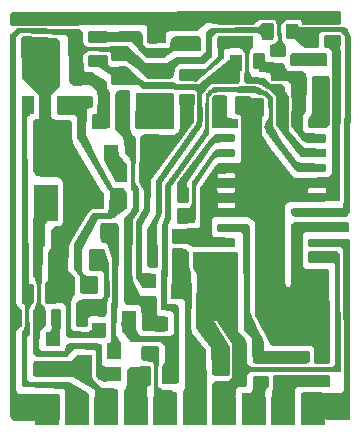
<source format=gbr>
G04 #@! TF.GenerationSoftware,KiCad,Pcbnew,9.0.4-9.0.4-0~ubuntu24.04.1*
G04 #@! TF.CreationDate,2025-09-01T13:53:31-07:00*
G04 #@! TF.ProjectId,iisi-riser-board,69697369-2d72-4697-9365-722d626f6172,rev?*
G04 #@! TF.SameCoordinates,Original*
G04 #@! TF.FileFunction,Copper,L1,Top*
G04 #@! TF.FilePolarity,Positive*
%FSLAX46Y46*%
G04 Gerber Fmt 4.6, Leading zero omitted, Abs format (unit mm)*
G04 Created by KiCad (PCBNEW 9.0.4-9.0.4-0~ubuntu24.04.1) date 2025-09-01 13:53:31*
%MOMM*%
%LPD*%
G01*
G04 APERTURE LIST*
G04 Aperture macros list*
%AMRoundRect*
0 Rectangle with rounded corners*
0 $1 Rounding radius*
0 $2 $3 $4 $5 $6 $7 $8 $9 X,Y pos of 4 corners*
0 Add a 4 corners polygon primitive as box body*
4,1,4,$2,$3,$4,$5,$6,$7,$8,$9,$2,$3,0*
0 Add four circle primitives for the rounded corners*
1,1,$1+$1,$2,$3*
1,1,$1+$1,$4,$5*
1,1,$1+$1,$6,$7*
1,1,$1+$1,$8,$9*
0 Add four rect primitives between the rounded corners*
20,1,$1+$1,$2,$3,$4,$5,0*
20,1,$1+$1,$4,$5,$6,$7,0*
20,1,$1+$1,$6,$7,$8,$9,0*
20,1,$1+$1,$8,$9,$2,$3,0*%
%AMFreePoly0*
4,1,9,1.362500,0.475000,0.937500,0.475000,0.937500,-0.475000,1.362500,-0.475000,1.362500,-1.250000,-0.937500,-1.250000,-0.937500,1.250000,1.362500,1.250000,1.362500,0.475000,1.362500,0.475000,$1*%
G04 Aperture macros list end*
G04 #@! TA.AperFunction,SMDPad,CuDef*
%ADD10RoundRect,0.100000X0.575000X-0.437500X0.575000X0.437500X-0.575000X0.437500X-0.575000X-0.437500X0*%
G04 #@! TD*
G04 #@! TA.AperFunction,SMDPad,CuDef*
%ADD11RoundRect,0.100000X0.625000X-0.425000X0.625000X0.425000X-0.625000X0.425000X-0.625000X-0.425000X0*%
G04 #@! TD*
G04 #@! TA.AperFunction,SMDPad,CuDef*
%ADD12RoundRect,0.100000X0.525000X0.525000X-0.525000X0.525000X-0.525000X-0.525000X0.525000X-0.525000X0*%
G04 #@! TD*
G04 #@! TA.AperFunction,SMDPad,CuDef*
%ADD13RoundRect,0.090244X0.372256X0.734756X-0.372256X0.734756X-0.372256X-0.734756X0.372256X-0.734756X0*%
G04 #@! TD*
G04 #@! TA.AperFunction,SMDPad,CuDef*
%ADD14RoundRect,0.085366X0.352134X0.739634X-0.352134X0.739634X-0.352134X-0.739634X0.352134X-0.739634X0*%
G04 #@! TD*
G04 #@! TA.AperFunction,SMDPad,CuDef*
%ADD15RoundRect,0.100000X-0.412500X-0.725000X0.412500X-0.725000X0.412500X0.725000X-0.412500X0.725000X0*%
G04 #@! TD*
G04 #@! TA.AperFunction,SMDPad,CuDef*
%ADD16RoundRect,0.078049X-0.321951X-0.696951X0.321951X-0.696951X0.321951X0.696951X-0.321951X0.696951X0*%
G04 #@! TD*
G04 #@! TA.AperFunction,SMDPad,CuDef*
%ADD17RoundRect,0.100000X-0.725000X0.412500X-0.725000X-0.412500X0.725000X-0.412500X0.725000X0.412500X0*%
G04 #@! TD*
G04 #@! TA.AperFunction,SMDPad,CuDef*
%ADD18RoundRect,0.100000X0.412500X0.625000X-0.412500X0.625000X-0.412500X-0.625000X0.412500X-0.625000X0*%
G04 #@! TD*
G04 #@! TA.AperFunction,SMDPad,CuDef*
%ADD19RoundRect,0.095305X0.412195X0.554695X-0.412195X0.554695X-0.412195X-0.554695X0.412195X-0.554695X0*%
G04 #@! TD*
G04 #@! TA.AperFunction,SMDPad,CuDef*
%ADD20RoundRect,0.100000X-0.525000X-0.525000X0.525000X-0.525000X0.525000X0.525000X-0.525000X0.525000X0*%
G04 #@! TD*
G04 #@! TA.AperFunction,SMDPad,CuDef*
%ADD21R,1.475000X1.100000*%
G04 #@! TD*
G04 #@! TA.AperFunction,SMDPad,CuDef*
%ADD22R,1.500000X1.750000*%
G04 #@! TD*
G04 #@! TA.AperFunction,SMDPad,CuDef*
%ADD23R,1.350000X1.100000*%
G04 #@! TD*
G04 #@! TA.AperFunction,SMDPad,CuDef*
%ADD24RoundRect,0.100000X-0.412500X-0.575000X0.412500X-0.575000X0.412500X0.575000X-0.412500X0.575000X0*%
G04 #@! TD*
G04 #@! TA.AperFunction,SMDPad,CuDef*
%ADD25RoundRect,0.100000X-0.437500X-0.600000X0.437500X-0.600000X0.437500X0.600000X-0.437500X0.600000X0*%
G04 #@! TD*
G04 #@! TA.AperFunction,SMDPad,CuDef*
%ADD26RoundRect,0.100000X0.425000X-0.675000X0.425000X0.675000X-0.425000X0.675000X-0.425000X-0.675000X0*%
G04 #@! TD*
G04 #@! TA.AperFunction,SMDPad,CuDef*
%ADD27FreePoly0,90.000000*%
G04 #@! TD*
G04 #@! TA.AperFunction,SMDPad,CuDef*
%ADD28RoundRect,0.100000X-0.387500X-0.562500X0.387500X-0.562500X0.387500X0.562500X-0.387500X0.562500X0*%
G04 #@! TD*
G04 #@! TA.AperFunction,SMDPad,CuDef*
%ADD29RoundRect,0.100000X-0.400000X-0.525000X0.400000X-0.525000X0.400000X0.525000X-0.400000X0.525000X0*%
G04 #@! TD*
G04 #@! TA.AperFunction,SMDPad,CuDef*
%ADD30RoundRect,0.100000X0.562500X0.800000X-0.562500X0.800000X-0.562500X-0.800000X0.562500X-0.800000X0*%
G04 #@! TD*
G04 #@! TA.AperFunction,SMDPad,CuDef*
%ADD31RoundRect,0.104878X0.545122X-0.432622X0.545122X0.432622X-0.545122X0.432622X-0.545122X-0.432622X0*%
G04 #@! TD*
G04 #@! TA.AperFunction,SMDPad,CuDef*
%ADD32RoundRect,0.100000X0.650000X-0.412500X0.650000X0.412500X-0.650000X0.412500X-0.650000X-0.412500X0*%
G04 #@! TD*
G04 #@! TA.AperFunction,SMDPad,CuDef*
%ADD33RoundRect,0.100000X0.900000X-1.462500X0.900000X1.462500X-0.900000X1.462500X-0.900000X-1.462500X0*%
G04 #@! TD*
G04 #@! TA.AperFunction,SMDPad,CuDef*
%ADD34RoundRect,0.100000X0.962500X-1.462500X0.962500X1.462500X-0.962500X1.462500X-0.962500X-1.462500X0*%
G04 #@! TD*
G04 #@! TA.AperFunction,SMDPad,CuDef*
%ADD35RoundRect,0.100000X-0.525000X0.525000X-0.525000X-0.525000X0.525000X-0.525000X0.525000X0.525000X0*%
G04 #@! TD*
G04 #@! TA.AperFunction,SMDPad,CuDef*
%ADD36RoundRect,0.100000X0.587500X-0.400000X0.587500X0.400000X-0.587500X0.400000X-0.587500X-0.400000X0*%
G04 #@! TD*
G04 #@! TA.AperFunction,SMDPad,CuDef*
%ADD37RoundRect,0.100000X0.612500X-0.437500X0.612500X0.437500X-0.612500X0.437500X-0.612500X-0.437500X0*%
G04 #@! TD*
G04 #@! TA.AperFunction,SMDPad,CuDef*
%ADD38RoundRect,0.100000X0.437500X0.550000X-0.437500X0.550000X-0.437500X-0.550000X0.437500X-0.550000X0*%
G04 #@! TD*
G04 #@! TA.AperFunction,SMDPad,CuDef*
%ADD39RoundRect,0.100000X0.425000X0.575000X-0.425000X0.575000X-0.425000X-0.575000X0.425000X-0.575000X0*%
G04 #@! TD*
G04 #@! TA.AperFunction,SMDPad,CuDef*
%ADD40RoundRect,0.100000X0.525000X-0.525000X0.525000X0.525000X-0.525000X0.525000X-0.525000X-0.525000X0*%
G04 #@! TD*
G04 #@! TA.AperFunction,SMDPad,CuDef*
%ADD41RoundRect,0.102439X-0.422561X-0.610061X0.422561X-0.610061X0.422561X0.610061X-0.422561X0.610061X0*%
G04 #@! TD*
G04 #@! TA.AperFunction,SMDPad,CuDef*
%ADD42RoundRect,0.097561X-0.402439X-0.589939X0.402439X-0.589939X0.402439X0.589939X-0.402439X0.589939X0*%
G04 #@! TD*
G04 #@! TA.AperFunction,SMDPad,CuDef*
%ADD43RoundRect,0.100000X0.562500X-0.425000X0.562500X0.425000X-0.562500X0.425000X-0.562500X-0.425000X0*%
G04 #@! TD*
G04 #@! TA.AperFunction,SMDPad,CuDef*
%ADD44RoundRect,0.100000X0.612500X-0.425000X0.612500X0.425000X-0.612500X0.425000X-0.612500X-0.425000X0*%
G04 #@! TD*
G04 #@! TA.AperFunction,SMDPad,CuDef*
%ADD45RoundRect,0.100000X-0.575000X0.412500X-0.575000X-0.412500X0.575000X-0.412500X0.575000X0.412500X0*%
G04 #@! TD*
G04 #@! TA.AperFunction,SMDPad,CuDef*
%ADD46RoundRect,0.100000X-0.575000X0.437500X-0.575000X-0.437500X0.575000X-0.437500X0.575000X0.437500X0*%
G04 #@! TD*
G04 #@! TA.AperFunction,SMDPad,CuDef*
%ADD47RoundRect,0.100000X0.562500X-0.412500X0.562500X0.412500X-0.562500X0.412500X-0.562500X-0.412500X0*%
G04 #@! TD*
G04 #@! TA.AperFunction,SMDPad,CuDef*
%ADD48RoundRect,0.100000X0.425000X0.625000X-0.425000X0.625000X-0.425000X-0.625000X0.425000X-0.625000X0*%
G04 #@! TD*
G04 #@! TA.AperFunction,SMDPad,CuDef*
%ADD49RoundRect,0.100000X0.412500X0.587500X-0.412500X0.587500X-0.412500X-0.587500X0.412500X-0.587500X0*%
G04 #@! TD*
G04 #@! TA.AperFunction,SMDPad,CuDef*
%ADD50RoundRect,0.100000X0.600000X-0.412500X0.600000X0.412500X-0.600000X0.412500X-0.600000X-0.412500X0*%
G04 #@! TD*
G04 #@! TA.AperFunction,SMDPad,CuDef*
%ADD51RoundRect,0.100000X0.537500X-0.400000X0.537500X0.400000X-0.537500X0.400000X-0.537500X-0.400000X0*%
G04 #@! TD*
G04 #@! TA.AperFunction,SMDPad,CuDef*
%ADD52RoundRect,0.100000X-0.425000X-0.587500X0.425000X-0.587500X0.425000X0.587500X-0.425000X0.587500X0*%
G04 #@! TD*
G04 #@! TA.AperFunction,SMDPad,CuDef*
%ADD53RoundRect,0.100000X0.412500X0.725000X-0.412500X0.725000X-0.412500X-0.725000X0.412500X-0.725000X0*%
G04 #@! TD*
G04 #@! TA.AperFunction,SMDPad,CuDef*
%ADD54RoundRect,0.100000X0.662500X0.250000X-0.662500X0.250000X-0.662500X-0.250000X0.662500X-0.250000X0*%
G04 #@! TD*
G04 #@! TA.AperFunction,SMDPad,CuDef*
%ADD55RoundRect,0.092683X-0.382317X-0.644817X0.382317X-0.644817X0.382317X0.644817X-0.382317X0.644817X0*%
G04 #@! TD*
G04 #@! TA.AperFunction,SMDPad,CuDef*
%ADD56R,2.000000X2.350000*%
G04 #@! TD*
G04 #@! TA.AperFunction,SMDPad,CuDef*
%ADD57RoundRect,0.100000X0.575000X-0.425000X0.575000X0.425000X-0.575000X0.425000X-0.575000X-0.425000X0*%
G04 #@! TD*
G04 #@! TA.AperFunction,SMDPad,CuDef*
%ADD58RoundRect,0.100000X0.625000X-0.437500X0.625000X0.437500X-0.625000X0.437500X-0.625000X-0.437500X0*%
G04 #@! TD*
G04 #@! TA.AperFunction,SMDPad,CuDef*
%ADD59RoundRect,0.102439X0.610061X-0.422561X0.610061X0.422561X-0.610061X0.422561X-0.610061X-0.422561X0*%
G04 #@! TD*
G04 #@! TA.AperFunction,SMDPad,CuDef*
%ADD60RoundRect,0.100000X0.725000X-0.412500X0.725000X0.412500X-0.725000X0.412500X-0.725000X-0.412500X0*%
G04 #@! TD*
G04 #@! TA.AperFunction,SMDPad,CuDef*
%ADD61RoundRect,0.100000X-0.400000X-0.625000X0.400000X-0.625000X0.400000X0.625000X-0.400000X0.625000X0*%
G04 #@! TD*
G04 #@! TA.AperFunction,SMDPad,CuDef*
%ADD62RoundRect,0.100000X-0.612500X0.400000X-0.612500X-0.400000X0.612500X-0.400000X0.612500X0.400000X0*%
G04 #@! TD*
G04 #@! TA.AperFunction,SMDPad,CuDef*
%ADD63RoundRect,0.100000X-1.300000X-0.975000X1.300000X-0.975000X1.300000X0.975000X-1.300000X0.975000X0*%
G04 #@! TD*
G04 #@! TA.AperFunction,SMDPad,CuDef*
%ADD64RoundRect,0.100000X-1.525000X-0.975000X1.525000X-0.975000X1.525000X0.975000X-1.525000X0.975000X0*%
G04 #@! TD*
G04 #@! TA.AperFunction,SMDPad,CuDef*
%ADD65RoundRect,0.097561X-0.402439X-0.727439X0.402439X-0.727439X0.402439X0.727439X-0.402439X0.727439X0*%
G04 #@! TD*
G04 #@! TA.AperFunction,SMDPad,CuDef*
%ADD66RoundRect,0.100000X-0.412500X-0.650000X0.412500X-0.650000X0.412500X0.650000X-0.412500X0.650000X0*%
G04 #@! TD*
G04 #@! TA.AperFunction,SMDPad,CuDef*
%ADD67RoundRect,0.100000X-0.562500X0.425000X-0.562500X-0.425000X0.562500X-0.425000X0.562500X0.425000X0*%
G04 #@! TD*
G04 #@! TA.AperFunction,SMDPad,CuDef*
%ADD68RoundRect,0.100000X-0.612500X0.412500X-0.612500X-0.412500X0.612500X-0.412500X0.612500X0.412500X0*%
G04 #@! TD*
G04 #@! TA.AperFunction,Conductor*
%ADD69C,0.200000*%
G04 #@! TD*
G04 APERTURE END LIST*
D10*
G04 #@! TO.P,R14,1*
G04 #@! TO.N,Net-(U1-DET)*
X125300000Y-70750000D03*
D11*
G04 #@! TO.P,R14,2*
G04 #@! TO.N,Net-(C7-Pad1)*
X125350000Y-68687500D03*
G04 #@! TD*
D12*
G04 #@! TO.P,Q3,1,E*
G04 #@! TO.N,Net-(Q3-E)*
X109650000Y-93425000D03*
G04 #@! TO.P,Q3,2,B*
G04 #@! TO.N,Net-(Q3-B)*
X109650000Y-95325000D03*
G04 #@! TO.P,Q3,3,C*
G04 #@! TO.N,/{slash}PFW*
X107150000Y-94375000D03*
G04 #@! TD*
D13*
G04 #@! TO.P,R12,1*
G04 #@! TO.N,+12V*
X115062500Y-85525000D03*
D14*
G04 #@! TO.P,R12,2*
G04 #@! TO.N,Net-(R11-Pad2)*
X112912500Y-85525000D03*
G04 #@! TD*
D15*
G04 #@! TO.P,R16,1*
G04 #@! TO.N,Net-(Q3-B)*
X103337500Y-83600000D03*
G04 #@! TO.P,R16,2*
G04 #@! TO.N,GND*
X105337500Y-83600000D03*
G04 #@! TD*
G04 #@! TO.P,C11,1*
G04 #@! TO.N,/RESET_FEEDBACK*
X102350000Y-88525000D03*
G04 #@! TO.P,C11,2*
G04 #@! TO.N,GND*
X104350000Y-88525000D03*
G04 #@! TD*
D16*
G04 #@! TO.P,R7,1*
G04 #@! TO.N,Net-(D5-K)*
X104762500Y-90550000D03*
D15*
G04 #@! TO.P,R7,2*
G04 #@! TO.N,Net-(Q2-B)*
X106912500Y-90500000D03*
G04 #@! TD*
D17*
G04 #@! TO.P,R11,1*
G04 #@! TO.N,Net-(R11-Pad1)*
X108325000Y-66812500D03*
G04 #@! TO.P,R11,2*
G04 #@! TO.N,Net-(R11-Pad2)*
X108325000Y-68812500D03*
G04 #@! TD*
D18*
G04 #@! TO.P,R2,1*
G04 #@! TO.N,GND*
X117437500Y-81925000D03*
D19*
G04 #@! TO.P,R2,2*
G04 #@! TO.N,Net-(U1-T-OFF)*
X115477500Y-81900000D03*
G04 #@! TD*
D20*
G04 #@! TO.P,D2,*
G04 #@! TO.N,Net-(D1-K)*
X112625000Y-89300000D03*
G04 #@! TO.P,D2,1,K*
G04 #@! TO.N,+12V*
X115125000Y-88350000D03*
G04 #@! TO.P,D2,2,A*
G04 #@! TO.N,Net-(D2-A)*
X112625000Y-87400000D03*
G04 #@! TD*
D21*
G04 #@! TO.P,RV1,1,1*
G04 #@! TO.N,Net-(R11-Pad1)*
X116250000Y-67350000D03*
D22*
G04 #@! TO.P,RV1,2,2*
G04 #@! TO.N,GND*
X113275000Y-66400000D03*
D23*
G04 #@! TO.P,RV1,3,3*
X116225000Y-65350000D03*
G04 #@! TD*
D24*
G04 #@! TO.P,C1,1*
G04 #@! TO.N,Net-(U1-CF)*
X115450000Y-80150000D03*
D25*
G04 #@! TO.P,C1,2*
G04 #@! TO.N,GND*
X117500000Y-80175000D03*
G04 #@! TD*
D26*
G04 #@! TO.P,U2,1,SUPPLY*
G04 #@! TO.N,/RESET_FEEDBACK*
X102350000Y-72550000D03*
D27*
G04 #@! TO.P,U2,2,GND*
G04 #@! TO.N,GND*
X103850000Y-69993750D03*
D26*
G04 #@! TO.P,U2,3,OUTPUT*
G04 #@! TO.N,Net-(Q4-B)*
X105350000Y-72550000D03*
G04 #@! TD*
D28*
G04 #@! TO.P,R3,1*
G04 #@! TO.N,+5V*
X122675000Y-66300000D03*
D29*
G04 #@! TO.P,R3,2*
G04 #@! TO.N,Net-(U1-VF)*
X124700000Y-66300000D03*
G04 #@! TD*
D30*
G04 #@! TO.P,C4,1*
G04 #@! TO.N,Net-(Q2-B)*
X108175000Y-85675000D03*
G04 #@! TO.P,C4,2*
G04 #@! TO.N,GND*
X105025000Y-85675000D03*
G04 #@! TD*
D31*
G04 #@! TO.P,R5,1*
G04 #@! TO.N,Net-(D2-A)*
X115850000Y-72075000D03*
D32*
G04 #@! TO.P,R5,2*
G04 #@! TO.N,Net-(U1-OVP)*
X115950000Y-70025000D03*
G04 #@! TD*
D33*
G04 #@! TO.P,C10,1*
G04 #@! TO.N,Net-(Q3-B)*
X103875000Y-80825000D03*
D34*
G04 #@! TO.P,C10,2*
G04 #@! TO.N,GND*
X103875000Y-75350000D03*
G04 #@! TD*
D35*
G04 #@! TO.P,Q1,1,E*
G04 #@! TO.N,+5V*
X108450000Y-74000000D03*
G04 #@! TO.P,Q1,2,B*
G04 #@! TO.N,Net-(D1-K)*
X110350000Y-74000000D03*
G04 #@! TO.P,Q1,3,C*
G04 #@! TO.N,Net-(Q1-C)*
X109400000Y-76500000D03*
G04 #@! TD*
D36*
G04 #@! TO.P,C2,1*
G04 #@! TO.N,Net-(U1-VF)*
X126300000Y-67200000D03*
D37*
G04 #@! TO.P,C2,2*
G04 #@! TO.N,GND*
X126325000Y-65150000D03*
G04 #@! TD*
D38*
G04 #@! TO.P,R1,1*
G04 #@! TO.N,GND*
X120475000Y-72650000D03*
D39*
G04 #@! TO.P,R1,2*
G04 #@! TO.N,Net-(U1-T-ON)*
X118475000Y-72675000D03*
G04 #@! TD*
D40*
G04 #@! TO.P,D5,*
G04 #@! TO.N,/{slash}PFW*
X105400000Y-94825000D03*
G04 #@! TO.P,D5,1,K*
G04 #@! TO.N,Net-(D5-K)*
X104450000Y-92325000D03*
G04 #@! TO.P,D5,2,A*
G04 #@! TO.N,/{slash}PFW*
X103500000Y-94825000D03*
G04 #@! TD*
D41*
G04 #@! TO.P,R22,1*
G04 #@! TO.N,Net-(R11-Pad2)*
X119950000Y-68950000D03*
D42*
G04 #@! TO.P,R22,2*
G04 #@! TO.N,Net-(U1-DET)*
X121950000Y-68850000D03*
G04 #@! TD*
D43*
G04 #@! TO.P,R10,1*
G04 #@! TO.N,/CLM_CIRCUIT*
X122075000Y-95987500D03*
D44*
G04 #@! TO.P,R10,2*
G04 #@! TO.N,Net-(U1-CLM-)*
X122075000Y-93887500D03*
G04 #@! TD*
D35*
G04 #@! TO.P,D4,*
G04 #@! TO.N,Net-(D3-A)*
X112200000Y-73900000D03*
G04 #@! TO.P,D4,1,K*
G04 #@! TO.N,Net-(D2-A)*
X113150000Y-76400000D03*
G04 #@! TO.P,D4,2,A*
G04 #@! TO.N,Net-(D3-A)*
X114100000Y-73900000D03*
G04 #@! TD*
D45*
G04 #@! TO.P,C7,1*
G04 #@! TO.N,Net-(C7-Pad1)*
X127000000Y-68675000D03*
D46*
G04 #@! TO.P,C7,2*
G04 #@! TO.N,Net-(U1-F{slash}B)*
X127100000Y-70750000D03*
G04 #@! TD*
D17*
G04 #@! TO.P,R17,1*
G04 #@! TO.N,+5V*
X107025000Y-70325000D03*
G04 #@! TO.P,R17,2*
G04 #@! TO.N,Net-(Q4-B)*
X107025000Y-72325000D03*
G04 #@! TD*
D47*
G04 #@! TO.P,R21,1*
G04 #@! TO.N,GND*
X127300000Y-95925000D03*
G04 #@! TO.P,R21,2*
X127250000Y-93925000D03*
G04 #@! TD*
D48*
G04 #@! TO.P,C3,1*
G04 #@! TO.N,Net-(U1-OVP)*
X123925000Y-72575000D03*
D49*
G04 #@! TO.P,C3,2*
G04 #@! TO.N,GND*
X121875000Y-72650000D03*
G04 #@! TD*
D50*
G04 #@! TO.P,C6,1*
G04 #@! TO.N,Net-(U1-DET)*
X123625000Y-69975000D03*
D51*
G04 #@! TO.P,C6,2*
G04 #@! TO.N,GND*
X123525000Y-67975000D03*
G04 #@! TD*
D25*
G04 #@! TO.P,C8,1*
G04 #@! TO.N,Net-(U1-DET)*
X125400000Y-72400000D03*
D52*
G04 #@! TO.P,C8,2*
G04 #@! TO.N,Net-(U1-F{slash}B)*
X127400000Y-72350000D03*
G04 #@! TD*
D18*
G04 #@! TO.P,R18,1*
G04 #@! TO.N,Net-(Q4-B)*
X107825000Y-87750000D03*
D53*
G04 #@! TO.P,R18,2*
G04 #@! TO.N,GND*
X105825000Y-87825000D03*
G04 #@! TD*
D54*
G04 #@! TO.P,U1,1,COLLECTOR*
G04 #@! TO.N,+12V_ALWAYS_ON*
X126825000Y-85490000D03*
G04 #@! TO.P,U1,2,VOUT*
G04 #@! TO.N,/VOUT*
X126825000Y-84220000D03*
G04 #@! TO.P,U1,3,EMITTER*
G04 #@! TO.N,GND*
X126825000Y-82950000D03*
G04 #@! TO.P,U1,4,VF*
G04 #@! TO.N,Net-(U1-VF)*
X126825000Y-81680000D03*
G04 #@! TO.P,U1,5,GND*
G04 #@! TO.N,GND*
X126825000Y-80410000D03*
G04 #@! TO.P,U1,6,GND*
X126825000Y-79140000D03*
G04 #@! TO.P,U1,7,ON/OFF*
G04 #@! TO.N,Net-(Q2-C)*
X126825000Y-77870000D03*
G04 #@! TO.P,U1,8,OVP*
G04 #@! TO.N,Net-(U1-OVP)*
X126825000Y-76600000D03*
G04 #@! TO.P,U1,9,DET*
G04 #@! TO.N,Net-(U1-DET)*
X126825000Y-75330000D03*
G04 #@! TO.P,U1,10,F/B*
G04 #@! TO.N,Net-(U1-F{slash}B)*
X126825000Y-74060000D03*
G04 #@! TO.P,U1,11,T-ON*
G04 #@! TO.N,Net-(U1-T-ON)*
X119100000Y-74060000D03*
G04 #@! TO.P,U1,12,CF*
G04 #@! TO.N,Net-(U1-CF)*
X119100000Y-75330000D03*
G04 #@! TO.P,U1,13,T-OFF*
G04 #@! TO.N,Net-(U1-T-OFF)*
X119100000Y-76600000D03*
G04 #@! TO.P,U1,14,CT*
G04 #@! TO.N,GND*
X119100000Y-77870000D03*
G04 #@! TO.P,U1,15,GND*
X119100000Y-79140000D03*
G04 #@! TO.P,U1,16,GND*
X119100000Y-80410000D03*
G04 #@! TO.P,U1,17,GND*
X119100000Y-81680000D03*
G04 #@! TO.P,U1,18,CLM-*
G04 #@! TO.N,Net-(U1-CLM-)*
X119100000Y-82950000D03*
G04 #@! TO.P,U1,19,CLM+*
G04 #@! TO.N,GND*
X119100000Y-84220000D03*
G04 #@! TO.P,U1,20,VCC*
G04 #@! TO.N,+12V_ALWAYS_ON*
X119100000Y-85490000D03*
G04 #@! TD*
D55*
G04 #@! TO.P,R4,1*
G04 #@! TO.N,Net-(Q1-C)*
X110262500Y-78300000D03*
D15*
G04 #@! TO.P,R4,2*
G04 #@! TO.N,Net-(D2-A)*
X112262500Y-78300000D03*
G04 #@! TD*
D56*
G04 #@! TO.P,J1,1,Pin_1*
G04 #@! TO.N,+5V*
X104000000Y-98425000D03*
G04 #@! TO.P,J1,2,Pin_2*
G04 #@! TO.N,/RESET_FEEDBACK*
X106500000Y-98425000D03*
G04 #@! TO.P,J1,3,Pin_3*
G04 #@! TO.N,/{slash}PFW*
X109000000Y-98425000D03*
G04 #@! TO.P,J1,4,Pin_4*
G04 #@! TO.N,+5V_ALWAYS_ON*
X111500000Y-98425000D03*
G04 #@! TO.P,J1,5,Pin_5*
G04 #@! TO.N,-12V*
X114000000Y-98425000D03*
G04 #@! TO.P,J1,6,Pin_6*
G04 #@! TO.N,+12V*
X116500000Y-98425000D03*
G04 #@! TO.P,J1,7,Pin_7*
G04 #@! TO.N,+12V_ALWAYS_ON*
X119000000Y-98425000D03*
G04 #@! TO.P,J1,8,Pin_8*
G04 #@! TO.N,/CLM_CIRCUIT*
X121500000Y-98425000D03*
G04 #@! TO.P,J1,9,Pin_9*
G04 #@! TO.N,GND*
X124000000Y-98425000D03*
G04 #@! TO.P,J1,10,Pin_10*
G04 #@! TO.N,/VOUT*
X126500000Y-98425000D03*
G04 #@! TD*
D57*
G04 #@! TO.P,R20,1*
G04 #@! TO.N,GND*
X128175000Y-67125000D03*
G04 #@! TO.P,R20,2*
X128175000Y-65125000D03*
G04 #@! TD*
D58*
G04 #@! TO.P,R9,1*
G04 #@! TO.N,GND*
X123850000Y-95912500D03*
D59*
G04 #@! TO.P,R9,2*
G04 #@! TO.N,Net-(U1-CLM-)*
X123850000Y-93912500D03*
G04 #@! TD*
D20*
G04 #@! TO.P,D6,*
G04 #@! TO.N,+12V*
X116325000Y-95800000D03*
G04 #@! TO.P,D6,1,K*
G04 #@! TO.N,+12V_ALWAYS_ON*
X118825000Y-94850000D03*
G04 #@! TO.P,D6,2,A*
G04 #@! TO.N,+12V*
X116325000Y-93900000D03*
G04 #@! TD*
D60*
G04 #@! TO.P,R19,1*
G04 #@! TO.N,GND*
X102650000Y-67312500D03*
G04 #@! TO.P,R19,2*
X102650000Y-65312500D03*
G04 #@! TD*
D17*
G04 #@! TO.P,R13,1*
G04 #@! TO.N,+5V*
X110275000Y-68337500D03*
G04 #@! TO.P,R13,2*
G04 #@! TO.N,Net-(R11-Pad2)*
X110275000Y-70337500D03*
G04 #@! TD*
D40*
G04 #@! TO.P,D3,*
G04 #@! TO.N,Net-(D3-A)*
X114100000Y-72175000D03*
G04 #@! TO.P,D3,1,K*
G04 #@! TO.N,+5V*
X113150000Y-69675000D03*
G04 #@! TO.P,D3,2,A*
G04 #@! TO.N,Net-(D3-A)*
X112200000Y-72175000D03*
G04 #@! TD*
D61*
G04 #@! TO.P,R15,1*
G04 #@! TO.N,+5V*
X101350000Y-90575000D03*
G04 #@! TO.P,R15,2*
G04 #@! TO.N,Net-(Q3-B)*
X103350000Y-90575000D03*
G04 #@! TD*
D62*
G04 #@! TO.P,R6,1*
G04 #@! TO.N,GND*
X119200000Y-65200000D03*
G04 #@! TO.P,R6,2*
G04 #@! TO.N,Net-(U1-OVP)*
X119125000Y-67225000D03*
G04 #@! TD*
D63*
G04 #@! TO.P,C9,1*
G04 #@! TO.N,+12V_ALWAYS_ON*
X118050000Y-89500000D03*
D64*
G04 #@! TO.P,C9,2*
G04 #@! TO.N,GND*
X123350000Y-89500000D03*
G04 #@! TD*
D35*
G04 #@! TO.P,Q4,1,E*
G04 #@! TO.N,GND*
X108225000Y-80725000D03*
G04 #@! TO.P,Q4,2,B*
G04 #@! TO.N,Net-(Q4-B)*
X110125000Y-80725000D03*
G04 #@! TO.P,Q4,3,C*
G04 #@! TO.N,Net-(Q3-E)*
X109175000Y-83225000D03*
G04 #@! TD*
D65*
G04 #@! TO.P,R8,1*
G04 #@! TO.N,+5V_ALWAYS_ON*
X112250000Y-95500000D03*
D66*
G04 #@! TO.P,R8,2*
G04 #@! TO.N,Net-(Q2-C)*
X114237500Y-95400000D03*
G04 #@! TD*
D20*
G04 #@! TO.P,Q2,1,E*
G04 #@! TO.N,GND*
X108400000Y-91550000D03*
G04 #@! TO.P,Q2,2,B*
G04 #@! TO.N,Net-(Q2-B)*
X108400000Y-89650000D03*
G04 #@! TO.P,Q2,3,C*
G04 #@! TO.N,Net-(Q2-C)*
X110900000Y-90600000D03*
G04 #@! TD*
D40*
G04 #@! TO.P,D1,*
G04 #@! TO.N,Net-(Q2-C)*
X114575000Y-93600000D03*
G04 #@! TO.P,D1,1,K*
G04 #@! TO.N,Net-(D1-K)*
X113625000Y-91100000D03*
G04 #@! TO.P,D1,2,A*
G04 #@! TO.N,-12V*
X112675000Y-93600000D03*
G04 #@! TD*
D67*
G04 #@! TO.P,C5,1*
G04 #@! TO.N,Net-(U1-CLM-)*
X125550000Y-93900000D03*
D68*
G04 #@! TO.P,C5,2*
G04 #@! TO.N,GND*
X125600000Y-95900000D03*
G04 #@! TD*
D69*
G04 #@! TO.N,GND*
X123350000Y-89500000D02*
X123328887Y-81625000D01*
X125600000Y-95900000D02*
X123850000Y-95912500D01*
X123525000Y-67975000D02*
X123675000Y-67175000D01*
X104350000Y-88525000D02*
X105825000Y-87825000D01*
X113275000Y-66400000D02*
X113600000Y-65475000D01*
X102650000Y-67312500D02*
X103850000Y-69993750D01*
X126925000Y-91200000D02*
X125325000Y-89200000D01*
X117325000Y-83875000D02*
X117437500Y-81925000D01*
X103850000Y-69993750D02*
X103875000Y-75350000D01*
X125300000Y-64975000D02*
X126325000Y-65150000D01*
X119200000Y-65200000D02*
X123625000Y-65050000D01*
X120475000Y-72650000D02*
X121875000Y-72650000D01*
X119100000Y-77870000D02*
X123100000Y-79200000D01*
X107125000Y-80925000D02*
X108225000Y-80725000D01*
X123328887Y-81625000D02*
X123325000Y-80175000D01*
X127250000Y-93925000D02*
X126925000Y-91200000D01*
X126825000Y-79140000D02*
X128475000Y-78925000D01*
X120475000Y-72650000D02*
X123100000Y-79200000D01*
X119100000Y-79140000D02*
X123100000Y-79200000D01*
X128525000Y-68125000D02*
X128175000Y-67125000D01*
X125100000Y-82975000D02*
X125325000Y-89200000D01*
X123325000Y-80175000D02*
X126825000Y-80410000D01*
X123100000Y-79200000D02*
X123325000Y-80175000D01*
X117437500Y-81925000D02*
X119100000Y-81680000D01*
X105337500Y-83600000D02*
X105025000Y-85675000D01*
X105025000Y-85675000D02*
X105825000Y-87825000D01*
X105825000Y-87825000D02*
X105925000Y-91925000D01*
X117500000Y-80175000D02*
X119100000Y-80410000D01*
X105925000Y-91925000D02*
X107550000Y-92000000D01*
X107550000Y-92000000D02*
X108400000Y-91550000D01*
X126825000Y-82950000D02*
X125100000Y-82975000D01*
X113225000Y-65150000D02*
X113275000Y-66400000D01*
X119100000Y-81680000D02*
X123328887Y-81625000D01*
X102650000Y-65312500D02*
X113225000Y-65150000D01*
X105337500Y-83600000D02*
X107125000Y-80925000D01*
X123675000Y-67175000D02*
X123625000Y-65050000D01*
X116225000Y-65350000D02*
X119200000Y-65200000D01*
X123625000Y-65050000D02*
X125300000Y-64975000D01*
X113600000Y-65475000D02*
X116225000Y-65350000D01*
X126325000Y-65150000D02*
X128175000Y-65125000D01*
X119100000Y-80410000D02*
X123325000Y-80175000D01*
X128475000Y-78925000D02*
X128525000Y-68125000D01*
X124000000Y-98425000D02*
X123850000Y-95912500D01*
X125325000Y-89200000D02*
X123350000Y-89500000D01*
X127300000Y-95925000D02*
X125600000Y-95900000D01*
X103875000Y-75350000D02*
X108225000Y-80725000D01*
X126825000Y-79140000D02*
X123325000Y-80175000D01*
X119100000Y-84220000D02*
X117325000Y-83875000D01*
G04 #@! TO.N,Net-(U1-CF)*
X115450000Y-80150000D02*
X115475000Y-79125000D01*
X115475000Y-79125000D02*
X118100000Y-75425000D01*
X118100000Y-75425000D02*
X119100000Y-75330000D01*
G04 #@! TO.N,Net-(U1-VF)*
X129441803Y-66800000D02*
X129000000Y-66225000D01*
X124700000Y-66300000D02*
X126200000Y-66200000D01*
X126200000Y-66200000D02*
X126218315Y-66181685D01*
X129441803Y-81425000D02*
X128975000Y-81575000D01*
X129441803Y-66800000D02*
X129441803Y-81425000D01*
X129000000Y-66225000D02*
X126200000Y-66200000D01*
X124700000Y-66300000D02*
X126300000Y-67200000D01*
X128975000Y-81575000D02*
X126825000Y-81680000D01*
G04 #@! TO.N,Net-(U1-OVP)*
X126825000Y-76600000D02*
X125550000Y-76475000D01*
X115950000Y-70025000D02*
X117125000Y-69875000D01*
X119125000Y-67225000D02*
X120950000Y-67225000D01*
X123775000Y-71400000D02*
X123925000Y-72575000D01*
X125550000Y-76475000D02*
X123875000Y-74300000D01*
X123025000Y-71050000D02*
X123775000Y-71400000D01*
X120950000Y-67225000D02*
X120975000Y-70450000D01*
X117125000Y-69875000D02*
X118675000Y-68400000D01*
X120975000Y-70450000D02*
X122075000Y-70475000D01*
X122075000Y-70475000D02*
X123025000Y-71050000D01*
X118675000Y-68400000D02*
X118725000Y-67950000D01*
X118725000Y-67950000D02*
X119125000Y-67225000D01*
X123875000Y-74300000D02*
X123925000Y-72575000D01*
G04 #@! TO.N,Net-(Q2-B)*
X108175000Y-85675000D02*
X109025000Y-86550000D01*
X106912500Y-90500000D02*
X108400000Y-89650000D01*
X109025000Y-86550000D02*
X109050000Y-88775000D01*
X109050000Y-88775000D02*
X108400000Y-89650000D01*
G04 #@! TO.N,Net-(U1-CLM-)*
X122025000Y-92500000D02*
X120950000Y-90050000D01*
X120950000Y-90050000D02*
X120850000Y-82950000D01*
X123850000Y-93912500D02*
X125550000Y-93900000D01*
X120850000Y-82950000D02*
X119100000Y-82950000D01*
X122075000Y-93887500D02*
X122025000Y-92500000D01*
X122075000Y-93887500D02*
X123850000Y-93912500D01*
G04 #@! TO.N,Net-(R11-Pad2)*
X110275000Y-70337500D02*
X111750000Y-70600000D01*
X116925000Y-71025000D02*
X117150000Y-71025000D01*
X108325000Y-68812500D02*
X110275000Y-70337500D01*
X114850000Y-70950000D02*
X115125000Y-71025000D01*
X116875000Y-74175000D02*
X116925000Y-71025000D01*
X112912500Y-85525000D02*
X112875000Y-82825000D01*
X112875000Y-82825000D02*
X113450000Y-81725000D01*
X111750000Y-70600000D02*
X112350000Y-70925000D01*
X113500000Y-78900000D02*
X116875000Y-74175000D01*
X113450000Y-81725000D02*
X113500000Y-78900000D01*
X117150000Y-71025000D02*
X119950000Y-68950000D01*
X112350000Y-70925000D02*
X114850000Y-70950000D01*
X115125000Y-71025000D02*
X116925000Y-71025000D01*
G04 #@! TO.N,Net-(C7-Pad1)*
X125350000Y-68687500D02*
X127000000Y-68675000D01*
G04 #@! TO.N,+12V_ALWAYS_ON*
X119150000Y-87800000D02*
X119100000Y-85490000D01*
X128675000Y-94925000D02*
X120400000Y-94925000D01*
X118825000Y-94850000D02*
X118600000Y-92880000D01*
X118600000Y-92880000D02*
X117510000Y-91310000D01*
X128600000Y-85475000D02*
X128675000Y-94925000D01*
X120250000Y-92600000D02*
X118050000Y-89500000D01*
X118050000Y-89500000D02*
X119150000Y-87800000D01*
X117510000Y-91310000D02*
X118050000Y-89500000D01*
X120400000Y-94925000D02*
X120300000Y-94925000D01*
X126825000Y-85490000D02*
X128600000Y-85475000D01*
X118975000Y-96450000D02*
X120400000Y-94925000D01*
X119000000Y-98425000D02*
X118975000Y-96450000D01*
X120300000Y-94925000D02*
X120250000Y-92600000D01*
G04 #@! TO.N,Net-(Q3-B)*
X103350000Y-90575000D02*
X103337500Y-83600000D01*
X103450000Y-93625000D02*
X105575000Y-93600000D01*
X103337500Y-83600000D02*
X103875000Y-80825000D01*
X103350000Y-90575000D02*
X103125000Y-91850000D01*
X103125000Y-91850000D02*
X103150000Y-93550000D01*
X105575000Y-93600000D02*
X106000000Y-93025000D01*
X108275000Y-93025000D02*
X108400000Y-93350000D01*
X106000000Y-93025000D02*
X108275000Y-93025000D01*
X108500000Y-95225000D02*
X109650000Y-95325000D01*
X108400000Y-93350000D02*
X108500000Y-95225000D01*
X103150000Y-93550000D02*
X103450000Y-93625000D01*
G04 #@! TO.N,-12V*
X113200000Y-94500000D02*
X112675000Y-93600000D01*
X113225000Y-96375000D02*
X113200000Y-94500000D01*
X114000000Y-98425000D02*
X113225000Y-96375000D01*
G04 #@! TO.N,Net-(D1-K)*
X110900000Y-87500000D02*
X110900000Y-82050000D01*
X111550000Y-79775000D02*
X111300000Y-79325000D01*
X111550000Y-81300000D02*
X111550000Y-79775000D01*
X112550000Y-90700000D02*
X112500000Y-89350000D01*
X111250000Y-76525000D02*
X110350000Y-74000000D01*
X112500000Y-89350000D02*
X111100000Y-88575000D01*
X111100000Y-88575000D02*
X110900000Y-87500000D01*
X113625000Y-91100000D02*
X112550000Y-90700000D01*
X111300000Y-79325000D02*
X111250000Y-76525000D01*
X110900000Y-82050000D02*
X111550000Y-81300000D01*
G04 #@! TO.N,Net-(D2-A)*
X111750000Y-86800000D02*
X112625000Y-87400000D01*
X112300000Y-79500000D02*
X112475000Y-79775000D01*
X111750000Y-82675000D02*
X111750000Y-86800000D01*
X112262500Y-78300000D02*
X113150000Y-76400000D01*
X112262500Y-78300000D02*
X112300000Y-79500000D01*
X112425000Y-81425000D02*
X111750000Y-82675000D01*
X112475000Y-79775000D02*
X112425000Y-81425000D01*
X115850000Y-72075000D02*
X115575000Y-74650000D01*
X114375000Y-76000000D02*
X113150000Y-76400000D01*
X115575000Y-74650000D02*
X114375000Y-76000000D01*
G04 #@! TO.N,+12V*
X116500000Y-98425000D02*
X116325000Y-93900000D01*
X115925000Y-88500000D02*
X115125000Y-88350000D01*
X115975000Y-91900000D02*
X115925000Y-88500000D01*
X116325000Y-93900000D02*
X115975000Y-91900000D01*
X115125000Y-88350000D02*
X115062500Y-85525000D01*
G04 #@! TO.N,+5V*
X108400000Y-70650000D02*
X108750000Y-71400000D01*
X101125000Y-91900000D02*
X101125000Y-98400000D01*
X117725000Y-66500000D02*
X118100000Y-66250000D01*
X106218243Y-67775000D02*
X106125000Y-68350000D01*
X106125000Y-68350000D02*
X106150000Y-69450000D01*
X118100000Y-66250000D02*
X121625000Y-66200000D01*
X117150000Y-68750000D02*
X117650000Y-68350000D01*
X113150000Y-69675000D02*
X114275000Y-69550000D01*
X101050000Y-66700000D02*
X101575000Y-66275000D01*
X108750000Y-71400000D02*
X108450000Y-74000000D01*
X106425000Y-66500000D02*
X106218243Y-67775000D01*
X101150000Y-89200000D02*
X101050000Y-66700000D01*
X107025000Y-70325000D02*
X108400000Y-70650000D01*
X114275000Y-69550000D02*
X115025000Y-68750000D01*
X112175000Y-69425000D02*
X113150000Y-69675000D01*
X117650000Y-68350000D02*
X117725000Y-66500000D01*
X110275000Y-68337500D02*
X109375000Y-67800000D01*
X101125000Y-98400000D02*
X104000000Y-98425000D01*
X111300000Y-68600000D02*
X112175000Y-69425000D01*
X109375000Y-67800000D02*
X106218243Y-67775000D01*
X115025000Y-68750000D02*
X117150000Y-68750000D01*
X101350000Y-90575000D02*
X101125000Y-91900000D01*
X110275000Y-68337500D02*
X111300000Y-68600000D01*
X106150000Y-69450000D02*
X107025000Y-70325000D01*
X101350000Y-90575000D02*
X101150000Y-89200000D01*
X121625000Y-66200000D02*
X122675000Y-66300000D01*
X101575000Y-66275000D02*
X106425000Y-66500000D01*
G04 #@! TO.N,Net-(D3-A)*
X112200000Y-72175000D02*
X114100000Y-73900000D01*
G04 #@! TO.N,Net-(D5-K)*
X104450000Y-92325000D02*
X104762500Y-90550000D01*
G04 #@! TO.N,/{slash}PFW*
X107125000Y-95575000D02*
X107150000Y-94375000D01*
X108800000Y-96850000D02*
X107125000Y-95575000D01*
X109000000Y-98425000D02*
X108800000Y-96850000D01*
X107125000Y-95575000D02*
X103500000Y-94825000D01*
G04 #@! TO.N,/CLM_CIRCUIT*
X121500000Y-98425000D02*
X122075000Y-95987500D01*
G04 #@! TO.N,/RESET_FEEDBACK*
X106450000Y-97025000D02*
X106500000Y-98425000D01*
X102325000Y-91750000D02*
X102150000Y-92150000D01*
X102125000Y-73750000D02*
X102350000Y-88525000D01*
X102350000Y-72550000D02*
X102125000Y-73750000D01*
X102150000Y-92150000D02*
X102200000Y-96200000D01*
X102200000Y-96200000D02*
X105725000Y-96300000D01*
X105725000Y-96300000D02*
X106450000Y-97025000D01*
X102350000Y-88525000D02*
X102325000Y-91750000D01*
G04 #@! TO.N,+5V_ALWAYS_ON*
X111500000Y-98425000D02*
X112250000Y-95500000D01*
G04 #@! TO.N,/VOUT*
X126500000Y-98425000D02*
X129450000Y-97650000D01*
X129450000Y-97650000D02*
X129350000Y-84075000D01*
X129350000Y-84075000D02*
X126825000Y-84220000D01*
G04 #@! TO.N,Net-(Q1-C)*
X109400000Y-76500000D02*
X110262500Y-78300000D01*
G04 #@! TO.N,Net-(Q2-C)*
X114250000Y-82025000D02*
X114225000Y-79325000D01*
X125150000Y-77825000D02*
X126825000Y-77870000D01*
X114575000Y-92375000D02*
X111400000Y-92275000D01*
X121675000Y-71225000D02*
X122125000Y-71475000D01*
X122125000Y-71475000D02*
X122575000Y-71600000D01*
X114950000Y-89775000D02*
X113925000Y-89625000D01*
X110850000Y-91525000D02*
X110900000Y-90600000D01*
X117575000Y-71625000D02*
X117800000Y-71375000D01*
X114000000Y-86500000D02*
X113925000Y-82675000D01*
X114575000Y-92375000D02*
X114950000Y-92050000D01*
X111400000Y-92275000D02*
X110850000Y-91525000D01*
X122575000Y-71600000D02*
X122925000Y-71900000D01*
X122725000Y-74275000D02*
X125150000Y-77825000D01*
X114237500Y-95400000D02*
X114700000Y-94650000D01*
X118250000Y-71200000D02*
X121675000Y-71225000D01*
X122925000Y-71900000D02*
X122925000Y-73750000D01*
X114700000Y-94650000D02*
X114575000Y-92375000D01*
X113925000Y-82675000D02*
X114250000Y-82025000D01*
X114950000Y-92050000D02*
X114950000Y-89775000D01*
X117500000Y-74725000D02*
X117575000Y-71625000D01*
X113875000Y-86850000D02*
X114000000Y-86500000D01*
X113925000Y-89625000D02*
X113875000Y-86850000D01*
X117800000Y-71375000D02*
X118250000Y-71200000D01*
X114225000Y-79325000D02*
X117500000Y-74725000D01*
X122925000Y-73750000D02*
X122725000Y-74275000D01*
G04 #@! TO.N,Net-(Q3-E)*
X109800000Y-85525000D02*
X109775000Y-89400000D01*
X109775000Y-89400000D02*
X109650000Y-90100000D01*
X109175000Y-83225000D02*
X109800000Y-85525000D01*
X109650000Y-90100000D02*
X109650000Y-93425000D01*
G04 #@! TO.N,Net-(Q4-B)*
X106650000Y-84325000D02*
X108125000Y-81900000D01*
X106850000Y-86950000D02*
X106550000Y-86100000D01*
X105350000Y-72550000D02*
X107025000Y-72325000D01*
X106550000Y-86100000D02*
X106650000Y-84325000D01*
X107825000Y-87750000D02*
X106850000Y-86950000D01*
X109450000Y-79725000D02*
X106925000Y-75250000D01*
X109400000Y-81925000D02*
X110125000Y-80725000D01*
X106925000Y-75250000D02*
X107025000Y-72325000D01*
X110125000Y-80725000D02*
X109450000Y-79725000D01*
X108125000Y-81900000D02*
X109400000Y-81925000D01*
G04 #@! TO.N,Net-(U1-T-ON)*
X119100000Y-74060000D02*
X118475000Y-72675000D01*
G04 #@! TO.N,Net-(U1-T-OFF)*
X116450000Y-79225000D02*
X118275000Y-76650000D01*
X118275000Y-76650000D02*
X119100000Y-76600000D01*
X115477500Y-81900000D02*
X116400000Y-81775000D01*
X116400000Y-81775000D02*
X116450000Y-79225000D01*
G04 #@! TO.N,Net-(U1-DET)*
X123625000Y-69975000D02*
X123175000Y-69375000D01*
X126825000Y-75330000D02*
X125725000Y-75200000D01*
X125300000Y-70750000D02*
X124925000Y-70150000D01*
X124925000Y-70150000D02*
X123625000Y-69975000D01*
X125400000Y-72400000D02*
X125300000Y-70750000D01*
X125150000Y-74325000D02*
X125400000Y-72400000D01*
X123175000Y-69375000D02*
X121950000Y-68850000D01*
X125725000Y-75200000D02*
X125150000Y-74325000D01*
G04 #@! TO.N,Net-(R11-Pad1)*
X113875000Y-68150000D02*
X115100000Y-67325000D01*
X108325000Y-66812500D02*
X111575000Y-66800000D01*
X112475000Y-68150000D02*
X113875000Y-68150000D01*
X115100000Y-67325000D02*
X116250000Y-67350000D01*
X111575000Y-66800000D02*
X111825000Y-67600000D01*
X111825000Y-67600000D02*
X112475000Y-68150000D01*
G04 #@! TO.N,Net-(U1-F{slash}B)*
X126825000Y-74060000D02*
X127400000Y-72350000D01*
X127400000Y-72350000D02*
X127100000Y-70750000D01*
G04 #@! TD*
G04 #@! TA.AperFunction,Conductor*
G04 #@! TO.N,Net-(R11-Pad1)*
G36*
X111802008Y-66288504D02*
G01*
X111900640Y-66337820D01*
X111909208Y-66344746D01*
X111916267Y-66347124D01*
X111942012Y-66371265D01*
X111965803Y-66401003D01*
X112009441Y-66455551D01*
X112031842Y-66498947D01*
X112070229Y-66633300D01*
X112075000Y-66667366D01*
X112075000Y-67375000D01*
X112425000Y-67750000D01*
X114125000Y-67750000D01*
X114125001Y-67750000D01*
X114274997Y-67675002D01*
X114274998Y-67675001D01*
X114275000Y-67675000D01*
X114375000Y-67575000D01*
X114425000Y-67375000D01*
X114470657Y-67009737D01*
X114477319Y-66993962D01*
X114478970Y-66978077D01*
X114496868Y-66947664D01*
X114564251Y-66863435D01*
X114588999Y-66840000D01*
X114722232Y-66744834D01*
X114784005Y-66722166D01*
X115044064Y-66700494D01*
X115055953Y-66700077D01*
X116855360Y-66723446D01*
X116922138Y-66744000D01*
X116967204Y-66797394D01*
X116977718Y-66844619D01*
X116999509Y-67803434D01*
X116998799Y-67808141D01*
X116999460Y-67810732D01*
X116993178Y-67845462D01*
X116977925Y-67891222D01*
X116938051Y-67948597D01*
X116873488Y-67975306D01*
X116861697Y-67976003D01*
X114750000Y-68000000D01*
X114749999Y-68000000D01*
X113980979Y-68504670D01*
X113914131Y-68524994D01*
X113912946Y-68525000D01*
X112462544Y-68525000D01*
X112444459Y-68519689D01*
X112425615Y-68519373D01*
X112397188Y-68505809D01*
X112395505Y-68505315D01*
X112393761Y-68504174D01*
X112210215Y-68381810D01*
X112191317Y-68366317D01*
X111978651Y-68153651D01*
X111971672Y-68146067D01*
X111687927Y-67810732D01*
X111150000Y-67175000D01*
X111149999Y-67175000D01*
X108504100Y-67223107D01*
X108436714Y-67204644D01*
X108390007Y-67152680D01*
X108380127Y-67122800D01*
X108253304Y-66470564D01*
X108259831Y-66401003D01*
X108302931Y-66346010D01*
X108368920Y-66323049D01*
X108373245Y-66322912D01*
X111744808Y-66275425D01*
X111802008Y-66288504D01*
G37*
G04 #@! TD.AperFunction*
G04 #@! TD*
G04 #@! TA.AperFunction,Conductor*
G04 #@! TO.N,+12V*
G36*
X115744456Y-84719685D02*
G01*
X115760366Y-84731829D01*
X115933952Y-84888057D01*
X115970613Y-84947534D01*
X115975000Y-84980224D01*
X115975000Y-86200000D01*
X116167555Y-86705456D01*
X116175623Y-86745899D01*
X116224929Y-88397638D01*
X116224979Y-88402398D01*
X116199999Y-91324999D01*
X116224999Y-91824998D01*
X116224999Y-91824999D01*
X116225000Y-91825000D01*
X117446173Y-93265984D01*
X117474498Y-93329855D01*
X117475564Y-93344583D01*
X117515506Y-96500000D01*
X117523411Y-97124430D01*
X117504577Y-97191714D01*
X117452356Y-97238133D01*
X117399421Y-97250000D01*
X115608173Y-97250000D01*
X115595256Y-97246207D01*
X115581826Y-97247169D01*
X115562383Y-97236554D01*
X115541134Y-97230315D01*
X115532318Y-97220140D01*
X115520500Y-97213689D01*
X115509882Y-97194248D01*
X115495379Y-97177511D01*
X115492732Y-97162848D01*
X115487009Y-97152369D01*
X115484488Y-97117166D01*
X115498244Y-96924579D01*
X115511018Y-96877962D01*
X115700000Y-96500000D01*
X115675000Y-89150000D01*
X115525000Y-88975000D01*
X115524999Y-88975000D01*
X114616363Y-88975000D01*
X114608683Y-88972744D01*
X114600781Y-88974017D01*
X114575641Y-88963042D01*
X114549324Y-88955315D01*
X114542446Y-88948551D01*
X114536747Y-88946064D01*
X114513189Y-88919783D01*
X114470826Y-88856239D01*
X114450018Y-88789540D01*
X114450000Y-88787456D01*
X114450000Y-87816333D01*
X114469685Y-87749294D01*
X114474800Y-87741933D01*
X114600000Y-87575000D01*
X114575377Y-84841949D01*
X114581587Y-84820075D01*
X114583231Y-84797393D01*
X114593194Y-84779187D01*
X114594457Y-84774739D01*
X114600163Y-84766448D01*
X114612803Y-84749596D01*
X114668776Y-84707778D01*
X114712000Y-84700000D01*
X115677417Y-84700000D01*
X115744456Y-84719685D01*
G37*
G04 #@! TD.AperFunction*
G04 #@! TD*
G04 #@! TA.AperFunction,Conductor*
G04 #@! TO.N,Net-(Q3-E)*
G36*
X109794089Y-82506363D02*
G01*
X109881483Y-82535494D01*
X109902920Y-82550392D01*
X109926319Y-82561962D01*
X109935114Y-82572766D01*
X109938857Y-82575368D01*
X109948600Y-82589334D01*
X109990505Y-82659176D01*
X110004474Y-82692898D01*
X110046240Y-82859959D01*
X110049941Y-82890505D01*
X110025068Y-89432042D01*
X110019839Y-89467202D01*
X109875001Y-89949996D01*
X109875000Y-89950000D01*
X109849999Y-92024999D01*
X109850000Y-92025000D01*
X110252046Y-92710844D01*
X110257975Y-92720957D01*
X110275000Y-92783666D01*
X110275000Y-93095835D01*
X110255315Y-93162874D01*
X110202511Y-93208629D01*
X110145943Y-93219732D01*
X109168943Y-93179854D01*
X109102762Y-93157452D01*
X109059199Y-93102826D01*
X109050000Y-93055957D01*
X109050000Y-92801636D01*
X109054417Y-92786590D01*
X109053865Y-92770917D01*
X109064061Y-92753749D01*
X109069685Y-92734597D01*
X109082007Y-92723532D01*
X109089544Y-92710844D01*
X109118544Y-92690728D01*
X109192125Y-92653937D01*
X109208345Y-92647218D01*
X109425000Y-92575000D01*
X109425000Y-89512278D01*
X109427408Y-89487960D01*
X109500000Y-89125000D01*
X109500000Y-85525001D01*
X109499998Y-85524994D01*
X109175000Y-84450000D01*
X109075000Y-84325000D01*
X109074999Y-84324999D01*
X109074998Y-84324998D01*
X108950000Y-84250000D01*
X108809598Y-84250000D01*
X108807176Y-84249289D01*
X108804731Y-84249904D01*
X108773833Y-84239498D01*
X108742559Y-84230315D01*
X108740169Y-84228160D01*
X108738516Y-84227604D01*
X108712770Y-84203462D01*
X108566906Y-84021132D01*
X108543436Y-83973744D01*
X108503702Y-83814808D01*
X108500000Y-83784734D01*
X108500000Y-82668497D01*
X108519685Y-82601458D01*
X108527173Y-82591034D01*
X108562771Y-82546537D01*
X108620021Y-82506485D01*
X108659598Y-82500000D01*
X109754877Y-82500000D01*
X109794089Y-82506363D01*
G37*
G04 #@! TD.AperFunction*
G04 #@! TD*
G04 #@! TA.AperFunction,Conductor*
G04 #@! TO.N,Net-(Q2-C)*
G36*
X120938193Y-70954941D02*
G01*
X120945123Y-70955500D01*
X121526268Y-70955500D01*
X121545123Y-70956942D01*
X121805787Y-70997044D01*
X121842384Y-71008692D01*
X122475000Y-71325000D01*
X122478427Y-71325489D01*
X122485281Y-71326469D01*
X122515304Y-71334704D01*
X122523622Y-71338158D01*
X122526793Y-71340176D01*
X122548803Y-71352358D01*
X122576164Y-71365381D01*
X122599498Y-71374782D01*
X122661941Y-71395596D01*
X122666045Y-71397300D01*
X122678435Y-71407303D01*
X122708015Y-71426022D01*
X122894882Y-71621013D01*
X123042585Y-71775138D01*
X123074757Y-71837159D01*
X123077021Y-71857910D01*
X123124590Y-73808200D01*
X123120925Y-73841298D01*
X123075000Y-74024999D01*
X123075000Y-74325000D01*
X123874997Y-75674996D01*
X123874999Y-75674999D01*
X123875000Y-75675000D01*
X125000000Y-77125000D01*
X125000005Y-77125005D01*
X125000006Y-77125007D01*
X125175000Y-77325000D01*
X125175001Y-77325001D01*
X125362498Y-77399999D01*
X125425000Y-77425000D01*
X125974734Y-77449987D01*
X125974996Y-77450077D01*
X125975000Y-77450000D01*
X127436050Y-77519573D01*
X127502075Y-77542424D01*
X127545267Y-77597345D01*
X127554071Y-77639007D01*
X127570309Y-78093652D01*
X127553030Y-78161351D01*
X127501893Y-78208962D01*
X127443602Y-78222047D01*
X126508157Y-78201026D01*
X125350000Y-78175000D01*
X125349987Y-78175000D01*
X125192546Y-78175000D01*
X125170237Y-78168449D01*
X125147077Y-78166363D01*
X125130032Y-78156643D01*
X125125507Y-78155315D01*
X125116417Y-78148880D01*
X124937668Y-78009853D01*
X124915253Y-77987239D01*
X124617460Y-77597345D01*
X122512551Y-74841433D01*
X122493461Y-74805385D01*
X122397140Y-74516421D01*
X122390798Y-74475004D01*
X122395256Y-74225367D01*
X122413801Y-74162320D01*
X122700000Y-73700000D01*
X122775000Y-73575000D01*
X122725000Y-72000000D01*
X122475000Y-71750000D01*
X122144564Y-71716956D01*
X121997704Y-71702270D01*
X121954589Y-71689794D01*
X121575000Y-71499999D01*
X118525000Y-71475000D01*
X118222222Y-71518254D01*
X118213500Y-71519500D01*
X118133078Y-71519500D01*
X118101878Y-71521882D01*
X118064659Y-71527599D01*
X118011289Y-71548386D01*
X118000003Y-71549999D01*
X117999996Y-71550001D01*
X117992639Y-71554205D01*
X117984689Y-71558747D01*
X117981451Y-71560009D01*
X117975487Y-71564005D01*
X117971637Y-71566206D01*
X117971632Y-71566210D01*
X117825000Y-71649999D01*
X117824999Y-71650000D01*
X117700000Y-71849999D01*
X117675316Y-74910707D01*
X117655091Y-74977586D01*
X117652109Y-74981939D01*
X114450000Y-79449999D01*
X114449999Y-79450000D01*
X114474908Y-82015580D01*
X114473668Y-82034320D01*
X114452319Y-82183765D01*
X114443539Y-82215075D01*
X114225000Y-82725000D01*
X114225000Y-86975199D01*
X114215461Y-87022891D01*
X114100000Y-87300000D01*
X114100000Y-88925000D01*
X114125000Y-89250000D01*
X114125000Y-89250002D01*
X114158333Y-89333333D01*
X114175000Y-89375000D01*
X114300000Y-89425000D01*
X114845728Y-89425000D01*
X114858317Y-89427971D01*
X114867690Y-89426960D01*
X114901182Y-89438091D01*
X115035208Y-89505104D01*
X115086367Y-89552691D01*
X115093066Y-89565651D01*
X115164312Y-89725953D01*
X115175000Y-89776315D01*
X115175000Y-95962614D01*
X115155315Y-96029653D01*
X115102511Y-96075408D01*
X115092706Y-96079390D01*
X114846596Y-96167286D01*
X114802073Y-96174478D01*
X113844074Y-96152706D01*
X113777499Y-96131503D01*
X113732955Y-96077673D01*
X113722910Y-96030916D01*
X113700696Y-94764700D01*
X113719202Y-94697328D01*
X113722476Y-94692307D01*
X113975000Y-94325000D01*
X114000000Y-92925000D01*
X113600000Y-92575000D01*
X113599998Y-92575000D01*
X113599997Y-92574999D01*
X111087100Y-92599397D01*
X111019872Y-92580364D01*
X110987324Y-92550632D01*
X110324161Y-91681660D01*
X110299139Y-91616426D01*
X110298794Y-91610215D01*
X110278871Y-90952754D01*
X110296516Y-90885151D01*
X110347910Y-90837818D01*
X110402814Y-90825000D01*
X111401000Y-90825000D01*
X111468039Y-90844685D01*
X111513794Y-90897489D01*
X111525000Y-90949000D01*
X111525000Y-91475000D01*
X111574998Y-91699997D01*
X111574999Y-91699999D01*
X111699995Y-91874994D01*
X111699997Y-91874996D01*
X111700000Y-91875000D01*
X111800000Y-92000000D01*
X111800002Y-92000001D01*
X111949999Y-92075000D01*
X111950000Y-92075000D01*
X114375000Y-92075000D01*
X114600000Y-92025000D01*
X114700000Y-91900000D01*
X114716860Y-90837818D01*
X114725000Y-90325005D01*
X114724999Y-90325004D01*
X114725000Y-90325000D01*
X114675000Y-90100000D01*
X114600000Y-90025000D01*
X114425000Y-89950000D01*
X114424998Y-89949999D01*
X113792286Y-89926566D01*
X113770420Y-89919256D01*
X113747545Y-89916416D01*
X113730467Y-89905900D01*
X113726021Y-89904414D01*
X113717502Y-89897918D01*
X113644616Y-89837180D01*
X113605717Y-89779140D01*
X113600000Y-89741921D01*
X113600000Y-86723879D01*
X113608868Y-86677828D01*
X113700000Y-86450000D01*
X113700000Y-82746478D01*
X113707224Y-82704772D01*
X113950000Y-82025000D01*
X113999284Y-79314375D01*
X114020185Y-79247705D01*
X114023307Y-79243251D01*
X114807514Y-78175000D01*
X117175000Y-74950000D01*
X117175001Y-74949997D01*
X117175003Y-74949994D01*
X117274997Y-74675007D01*
X117275000Y-74675000D01*
X117325000Y-74475000D01*
X117328570Y-74336940D01*
X117331445Y-74313417D01*
X117332621Y-74308092D01*
X117379234Y-73748729D01*
X117379856Y-73737660D01*
X117380246Y-73724301D01*
X117380271Y-73713231D01*
X117362974Y-73012708D01*
X117362976Y-73006557D01*
X117397276Y-71680294D01*
X117401806Y-71664957D01*
X117401497Y-71651271D01*
X117415424Y-71618851D01*
X117480118Y-71512987D01*
X117504554Y-71484083D01*
X117966781Y-71082146D01*
X117984335Y-71069398D01*
X118065551Y-71020668D01*
X118127980Y-71003006D01*
X120104120Y-70981291D01*
X120154362Y-70974484D01*
X120193136Y-70964238D01*
X120223824Y-70960128D01*
X120927273Y-70954545D01*
X120938193Y-70954941D01*
G37*
G04 #@! TD.AperFunction*
G04 #@! TD*
G04 #@! TA.AperFunction,Conductor*
G04 #@! TO.N,/CLM_CIRCUIT*
G36*
X122671633Y-95519685D02*
G01*
X122717388Y-95572489D01*
X122728540Y-95620355D01*
X122748813Y-96309649D01*
X122731108Y-96377238D01*
X122727205Y-96383315D01*
X122425000Y-96824999D01*
X122425000Y-97149399D01*
X122405315Y-97216438D01*
X122352511Y-97262193D01*
X122299410Y-97273389D01*
X120597410Y-97251569D01*
X120589521Y-97249142D01*
X120581353Y-97250317D01*
X120556616Y-97239020D01*
X120530629Y-97231026D01*
X120525305Y-97224721D01*
X120517797Y-97221292D01*
X120503093Y-97198412D01*
X120485555Y-97177640D01*
X120483509Y-97167939D01*
X120480023Y-97162514D01*
X120475000Y-97127579D01*
X120475000Y-97026636D01*
X120494685Y-96959597D01*
X120543546Y-96915727D01*
X120548818Y-96913091D01*
X120604272Y-96900000D01*
X121150000Y-96900000D01*
X121325000Y-96800000D01*
X121425000Y-96525000D01*
X121403098Y-95627023D01*
X121421142Y-95559524D01*
X121472815Y-95512495D01*
X121527061Y-95500000D01*
X122604594Y-95500000D01*
X122671633Y-95519685D01*
G37*
G04 #@! TD.AperFunction*
G04 #@! TD*
G04 #@! TA.AperFunction,Conductor*
G04 #@! TO.N,Net-(U1-T-OFF)*
G36*
X118407795Y-76318228D02*
G01*
X118441397Y-76379487D01*
X118444220Y-76409943D01*
X118428753Y-76904876D01*
X118406986Y-76971265D01*
X118352778Y-77015348D01*
X118304815Y-77025000D01*
X118249999Y-77025000D01*
X118150001Y-77124998D01*
X118149997Y-77125003D01*
X116750001Y-79174996D01*
X116750001Y-79174997D01*
X116675001Y-79324997D01*
X116675000Y-79324998D01*
X116600000Y-79550000D01*
X116600000Y-82129877D01*
X116599524Y-82132809D01*
X116599919Y-82134359D01*
X116593637Y-82169090D01*
X116551893Y-82294321D01*
X116547568Y-82305470D01*
X116482102Y-82452767D01*
X116436887Y-82506033D01*
X116370965Y-82526386D01*
X115153625Y-82547743D01*
X115086251Y-82529237D01*
X115039577Y-82477244D01*
X115027473Y-82421380D01*
X115047722Y-81368452D01*
X115068691Y-81301807D01*
X115122365Y-81257076D01*
X115168434Y-81246883D01*
X116000000Y-81225000D01*
X116069720Y-81132039D01*
X116081218Y-81118781D01*
X116200000Y-81000000D01*
X116225000Y-80850000D01*
X116249826Y-79236306D01*
X116252216Y-79213916D01*
X116294793Y-79001034D01*
X116315414Y-78953377D01*
X118094013Y-76458397D01*
X118107292Y-76442707D01*
X118231008Y-76318991D01*
X118275130Y-76290576D01*
X118276728Y-76289976D01*
X118346408Y-76284860D01*
X118407795Y-76318228D01*
G37*
G04 #@! TD.AperFunction*
G04 #@! TD*
G04 #@! TA.AperFunction,Conductor*
G04 #@! TO.N,Net-(U1-T-ON)*
G36*
X119129450Y-71742670D02*
G01*
X119163777Y-71763266D01*
X119211134Y-71814636D01*
X119223965Y-71871391D01*
X119200000Y-73524998D01*
X119200000Y-73525000D01*
X119375000Y-73675000D01*
X120007328Y-73699320D01*
X120041773Y-73705591D01*
X120065260Y-73713420D01*
X120122635Y-73753294D01*
X120122876Y-73753595D01*
X120142328Y-73777910D01*
X120168836Y-73842556D01*
X120169500Y-73855372D01*
X120169500Y-74401000D01*
X120149815Y-74468039D01*
X120097011Y-74513794D01*
X120045500Y-74525000D01*
X118085932Y-74525000D01*
X118064787Y-74518791D01*
X118042804Y-74517258D01*
X118031919Y-74509139D01*
X118018893Y-74505315D01*
X118004464Y-74488663D01*
X117986796Y-74475486D01*
X117976025Y-74455843D01*
X117973138Y-74452511D01*
X117969827Y-74444539D01*
X117933125Y-74346666D01*
X117925236Y-74301862D01*
X117929923Y-73842556D01*
X117949549Y-71919175D01*
X117969917Y-71852341D01*
X117978269Y-71841076D01*
X118037821Y-71769614D01*
X118095859Y-71730717D01*
X118133078Y-71725000D01*
X119065655Y-71725000D01*
X119129450Y-71742670D01*
G37*
G04 #@! TD.AperFunction*
G04 #@! TD*
G04 #@! TA.AperFunction,Conductor*
G04 #@! TO.N,Net-(D3-A)*
G36*
X114626182Y-71538091D02*
G01*
X114681454Y-71565727D01*
X114732613Y-71613314D01*
X114750000Y-71676636D01*
X114750000Y-74390654D01*
X114745530Y-74406790D01*
X114745996Y-74421911D01*
X114732329Y-74454451D01*
X114710780Y-74490366D01*
X114659409Y-74537725D01*
X114605459Y-74550565D01*
X111651951Y-74574577D01*
X111584754Y-74555438D01*
X111563262Y-74538262D01*
X111486774Y-74461774D01*
X111453289Y-74400451D01*
X111450460Y-74372996D01*
X111474551Y-71650718D01*
X111483304Y-71621853D01*
X111489724Y-71592369D01*
X111493962Y-71586709D01*
X111494828Y-71583855D01*
X111510871Y-71564128D01*
X111513698Y-71561301D01*
X111575025Y-71527829D01*
X111601362Y-71525000D01*
X114570728Y-71525000D01*
X114626182Y-71538091D01*
G37*
G04 #@! TD.AperFunction*
G04 #@! TD*
G04 #@! TA.AperFunction,Conductor*
G04 #@! TO.N,GND*
G36*
X128765314Y-66644685D02*
G01*
X128811069Y-66697489D01*
X128822246Y-66751695D01*
X128800000Y-67774999D01*
X128889153Y-67975595D01*
X128899838Y-68026706D01*
X128825119Y-80380262D01*
X128824713Y-80382712D01*
X128825040Y-80383994D01*
X128818758Y-80418724D01*
X128766242Y-80576273D01*
X128726368Y-80633648D01*
X128704059Y-80647970D01*
X128625454Y-80687272D01*
X128571540Y-80700353D01*
X124575003Y-80749999D01*
X124575002Y-80749999D01*
X124374998Y-80825000D01*
X124374997Y-80825002D01*
X124250004Y-80949994D01*
X124250001Y-80949997D01*
X124150000Y-81099999D01*
X124150000Y-81100000D01*
X124150000Y-87650000D01*
X124200000Y-87800000D01*
X124300000Y-87925000D01*
X124450000Y-87925000D01*
X124525000Y-87850000D01*
X124600000Y-87675000D01*
X124600000Y-82817366D01*
X124604771Y-82783301D01*
X124628571Y-82700000D01*
X124638098Y-82666654D01*
X124675441Y-82607605D01*
X124685253Y-82599819D01*
X124824994Y-82500004D01*
X124825000Y-82500000D01*
X124863681Y-82461319D01*
X124925004Y-82427834D01*
X124951362Y-82425000D01*
X129429935Y-82425000D01*
X129496974Y-82444685D01*
X129542729Y-82497489D01*
X129553871Y-82545002D01*
X129572919Y-83135514D01*
X129571277Y-83141852D01*
X129572675Y-83148249D01*
X129562628Y-83175256D01*
X129555406Y-83203153D01*
X129550032Y-83209119D01*
X129548316Y-83213735D01*
X129523381Y-83238714D01*
X129507679Y-83250490D01*
X129442236Y-83274964D01*
X129434148Y-83275285D01*
X125900001Y-83299999D01*
X125750001Y-83349999D01*
X125749998Y-83350001D01*
X125649999Y-83475000D01*
X125649999Y-83475001D01*
X125674998Y-86124994D01*
X125674999Y-86124996D01*
X125674999Y-86124998D01*
X125675000Y-86125000D01*
X125775000Y-86350000D01*
X125950000Y-86425000D01*
X127676120Y-86425000D01*
X127683448Y-86426411D01*
X127687869Y-86425558D01*
X127722168Y-86433867D01*
X127768532Y-86452413D01*
X127823465Y-86495585D01*
X127841708Y-86533478D01*
X127870346Y-86633713D01*
X127875114Y-86666937D01*
X127908725Y-91624538D01*
X127917690Y-92946824D01*
X127924154Y-93900159D01*
X127904925Y-93967331D01*
X127852432Y-94013443D01*
X127800157Y-94025000D01*
X126702397Y-94025000D01*
X126635358Y-94005315D01*
X126589603Y-93952511D01*
X126578442Y-93897650D01*
X126580495Y-93821683D01*
X126600000Y-93100000D01*
X126425000Y-92950000D01*
X126424998Y-92950000D01*
X123264125Y-92950000D01*
X123236242Y-92946824D01*
X122967010Y-92884693D01*
X122946315Y-92873051D01*
X122923811Y-92865473D01*
X122910270Y-92852776D01*
X122906114Y-92850438D01*
X122898065Y-92841331D01*
X122832704Y-92759630D01*
X122819343Y-92739040D01*
X121638811Y-90451758D01*
X121625000Y-90394886D01*
X121625000Y-82699998D01*
X121550000Y-82450000D01*
X121375002Y-82250002D01*
X121375001Y-82250001D01*
X121375000Y-82250000D01*
X121150000Y-82075000D01*
X120875000Y-82000000D01*
X118225000Y-82000000D01*
X118100001Y-82049999D01*
X118100000Y-82050000D01*
X117950000Y-82274999D01*
X117950000Y-82275000D01*
X117950000Y-83375000D01*
X118025000Y-83600000D01*
X118150000Y-83700000D01*
X118400000Y-83750000D01*
X119718300Y-83773969D01*
X119718367Y-83773990D01*
X119718435Y-83773972D01*
X119751809Y-83784473D01*
X119784971Y-83794870D01*
X119785037Y-83794930D01*
X119785082Y-83794944D01*
X119811306Y-83818567D01*
X119869293Y-83888152D01*
X119897088Y-83952255D01*
X119897916Y-83972920D01*
X119877548Y-84441386D01*
X119854970Y-84507507D01*
X119828070Y-84535196D01*
X119808072Y-84550196D01*
X119742631Y-84574676D01*
X119733667Y-84575000D01*
X116356851Y-84575000D01*
X116297093Y-84559651D01*
X115825000Y-84300000D01*
X114748880Y-84300000D01*
X114741551Y-84298588D01*
X114737130Y-84299442D01*
X114702828Y-84291131D01*
X114676280Y-84280512D01*
X114621346Y-84237338D01*
X114598474Y-84171318D01*
X114598357Y-84167861D01*
X114590899Y-83794944D01*
X114577447Y-83122377D01*
X114595787Y-83054959D01*
X114647665Y-83008157D01*
X114697331Y-82995967D01*
X116850000Y-82925000D01*
X116925000Y-82825000D01*
X116925000Y-80850000D01*
X118449999Y-80850000D01*
X118473077Y-81149999D01*
X118475000Y-81175000D01*
X118550000Y-81250000D01*
X119775000Y-81250000D01*
X119875000Y-81150000D01*
X119875000Y-80850000D01*
X119875000Y-80849999D01*
X119800000Y-80800000D01*
X118475000Y-80800000D01*
X118474999Y-80800000D01*
X118474999Y-80800001D01*
X118449999Y-80850000D01*
X116925000Y-80850000D01*
X116925000Y-79589581D01*
X116929281Y-79575000D01*
X118400000Y-79575000D01*
X118400000Y-79625000D01*
X118425000Y-79925000D01*
X118475000Y-79950000D01*
X119824999Y-79950000D01*
X119825000Y-79950000D01*
X119837500Y-79925000D01*
X119875000Y-79850001D01*
X119875000Y-79624999D01*
X126100000Y-79624999D01*
X126100000Y-79625000D01*
X126100000Y-79950000D01*
X126166649Y-79972216D01*
X126182879Y-79978939D01*
X126203942Y-79989471D01*
X126224999Y-80000000D01*
X126225000Y-80000000D01*
X127575000Y-80000000D01*
X127625000Y-79975000D01*
X127600000Y-79575000D01*
X127599999Y-79574999D01*
X127550001Y-79550000D01*
X127550000Y-79550000D01*
X126150000Y-79550000D01*
X126100000Y-79624999D01*
X119875000Y-79624999D01*
X119875000Y-79574999D01*
X119750003Y-79525000D01*
X119749998Y-79525000D01*
X118900000Y-79541666D01*
X118475000Y-79550000D01*
X118400000Y-79575000D01*
X116929281Y-79575000D01*
X116930820Y-79569759D01*
X116931786Y-79549122D01*
X116943652Y-79526057D01*
X116944685Y-79522542D01*
X116947933Y-79517738D01*
X116986753Y-79463127D01*
X117529217Y-78700000D01*
X117724700Y-78424998D01*
X118425000Y-78424998D01*
X118450000Y-78650000D01*
X118549999Y-78700000D01*
X118550000Y-78700000D01*
X119800000Y-78700000D01*
X119875000Y-78625000D01*
X119875000Y-78400000D01*
X119800000Y-78325000D01*
X119799998Y-78324999D01*
X118474999Y-78350000D01*
X118474998Y-78350000D01*
X118435173Y-78389825D01*
X118435293Y-78390939D01*
X118430275Y-78409962D01*
X118425000Y-78424998D01*
X117724700Y-78424998D01*
X118362925Y-77527157D01*
X118417810Y-77483921D01*
X118463992Y-77475000D01*
X119950000Y-77475000D01*
X120250000Y-77425000D01*
X120375000Y-77250000D01*
X120375000Y-73450000D01*
X120266299Y-73404231D01*
X119975881Y-73281949D01*
X119921734Y-73237791D01*
X119900055Y-73171370D01*
X119900000Y-73167666D01*
X119900000Y-71899000D01*
X119919685Y-71831961D01*
X119972489Y-71786206D01*
X120024000Y-71775000D01*
X121038891Y-71775000D01*
X121105463Y-71794385D01*
X121350000Y-71950000D01*
X122205274Y-71950000D01*
X122272313Y-71969685D01*
X122318068Y-72022489D01*
X122329198Y-72069652D01*
X122373650Y-73336543D01*
X122356328Y-73404231D01*
X122354340Y-73407463D01*
X122199999Y-73649999D01*
X122174999Y-75050000D01*
X122925000Y-76300000D01*
X122925005Y-76300007D01*
X124900000Y-78700000D01*
X124900001Y-78700000D01*
X125858333Y-78691666D01*
X127775000Y-78675000D01*
X127975000Y-78550000D01*
X128125000Y-78325000D01*
X128125000Y-72993840D01*
X128125456Y-72985942D01*
X128125293Y-72985933D01*
X128125497Y-72982390D01*
X128125500Y-72982365D01*
X128125499Y-71717636D01*
X128125498Y-71717629D01*
X128125292Y-71714061D01*
X128125455Y-71714051D01*
X128125000Y-71706166D01*
X128125000Y-68074999D01*
X127875000Y-67700000D01*
X127875001Y-67700000D01*
X127571137Y-67678295D01*
X127546370Y-67669060D01*
X127520545Y-67663442D01*
X127509867Y-67655448D01*
X127505671Y-67653884D01*
X127492291Y-67642291D01*
X127461319Y-67611319D01*
X127427834Y-67549996D01*
X127425000Y-67523638D01*
X127425000Y-66749000D01*
X127444685Y-66681961D01*
X127497489Y-66636206D01*
X127549000Y-66625000D01*
X128698275Y-66625000D01*
X128765314Y-66644685D01*
G37*
G04 #@! TD.AperFunction*
G04 #@! TD*
G04 #@! TA.AperFunction,Conductor*
G04 #@! TO.N,Net-(Q4-B)*
G36*
X107648433Y-71795362D02*
G01*
X107694653Y-71847759D01*
X107705208Y-71916827D01*
X107705129Y-71917403D01*
X107586563Y-72767131D01*
X107557803Y-72830807D01*
X107499183Y-72868826D01*
X107493827Y-72870293D01*
X107374999Y-72899999D01*
X107325000Y-72974998D01*
X107324999Y-72974999D01*
X107300000Y-75074998D01*
X107300000Y-75075000D01*
X108375000Y-77350000D01*
X109475000Y-79425000D01*
X109475001Y-79425001D01*
X109624999Y-79525000D01*
X109625000Y-79525000D01*
X110236389Y-79525000D01*
X110263288Y-79527953D01*
X110428615Y-79564692D01*
X110489786Y-79598449D01*
X110502617Y-79613664D01*
X110702636Y-79893690D01*
X110725584Y-79959684D01*
X110725712Y-79963468D01*
X110748870Y-81213993D01*
X110730430Y-81281386D01*
X110702353Y-81313117D01*
X109775555Y-82054555D01*
X109717684Y-82080170D01*
X109137815Y-82172949D01*
X109112032Y-82174351D01*
X108625031Y-82150000D01*
X108625000Y-82150000D01*
X108500000Y-82150000D01*
X108499997Y-82150000D01*
X108325000Y-82200000D01*
X108324999Y-82200001D01*
X106900000Y-84849999D01*
X106899999Y-84850002D01*
X106950000Y-86524999D01*
X107025001Y-86725003D01*
X107199999Y-86949999D01*
X107200000Y-86950000D01*
X107400000Y-87025000D01*
X108107145Y-87025000D01*
X108174184Y-87044685D01*
X108219939Y-87097489D01*
X108230984Y-87142702D01*
X108290697Y-88317048D01*
X108293375Y-88369703D01*
X108277120Y-88437656D01*
X108226708Y-88486033D01*
X108169535Y-88500000D01*
X106965266Y-88500000D01*
X106935192Y-88496298D01*
X106899828Y-88487457D01*
X106839564Y-88452100D01*
X106823575Y-88430959D01*
X106791956Y-88378261D01*
X106774313Y-88317049D01*
X106750000Y-87150000D01*
X106745135Y-87142703D01*
X106270374Y-86430561D01*
X106249566Y-86363862D01*
X106249557Y-86363272D01*
X106231325Y-84849999D01*
X106225425Y-84360340D01*
X106243272Y-84294746D01*
X107745787Y-81806974D01*
X107755085Y-81793642D01*
X107823853Y-81707682D01*
X107881103Y-81667632D01*
X107890601Y-81664849D01*
X107912900Y-81659275D01*
X107935193Y-81653702D01*
X107965266Y-81650000D01*
X109025000Y-81650000D01*
X109150000Y-81575000D01*
X109250000Y-81375000D01*
X109275000Y-79900000D01*
X109077095Y-79575000D01*
X106567628Y-75453948D01*
X106549548Y-75391109D01*
X106545333Y-75074998D01*
X106525000Y-73550000D01*
X106275000Y-73375000D01*
X106274998Y-73374999D01*
X104998766Y-73352210D01*
X104932089Y-73331332D01*
X104887284Y-73277719D01*
X104876996Y-73226230D01*
X104882737Y-72870293D01*
X104898049Y-71920921D01*
X104918812Y-71854211D01*
X104972347Y-71809314D01*
X105020932Y-71798929D01*
X107581223Y-71776272D01*
X107648433Y-71795362D01*
G37*
G04 #@! TD.AperFunction*
G04 #@! TD*
G04 #@! TA.AperFunction,Conductor*
G04 #@! TO.N,GND*
G36*
X127813418Y-95399667D02*
G01*
X127817409Y-95400862D01*
X127821481Y-95399973D01*
X127850593Y-95410800D01*
X127880350Y-95419713D01*
X127884176Y-95423291D01*
X127886968Y-95424330D01*
X127911947Y-95449264D01*
X127926408Y-95468545D01*
X127950885Y-95533987D01*
X127951155Y-95539300D01*
X127974082Y-96318808D01*
X127961057Y-96377883D01*
X127959285Y-96381429D01*
X127911710Y-96432599D01*
X127848364Y-96450000D01*
X125125000Y-96450000D01*
X124975000Y-96549999D01*
X124975000Y-97176000D01*
X124955315Y-97243039D01*
X124902511Y-97288794D01*
X124851000Y-97300000D01*
X123124000Y-97300000D01*
X123056961Y-97280315D01*
X123011206Y-97227511D01*
X123000000Y-97176000D01*
X123000000Y-96774800D01*
X123009538Y-96727108D01*
X123083333Y-96550000D01*
X123125000Y-96450000D01*
X123125000Y-95551362D01*
X123144685Y-95484323D01*
X123161318Y-95463682D01*
X123175736Y-95449264D01*
X123213404Y-95411595D01*
X123274725Y-95378111D01*
X123301747Y-95375279D01*
X127813418Y-95399667D01*
G37*
G04 #@! TD.AperFunction*
G04 #@! TD*
G04 #@! TA.AperFunction,Conductor*
G04 #@! TO.N,+5V*
G36*
X123093039Y-65619685D02*
G01*
X123138794Y-65672489D01*
X123150000Y-65724000D01*
X123150000Y-66879220D01*
X123130315Y-66946259D01*
X123077511Y-66992014D01*
X123029262Y-67003177D01*
X122299434Y-67022383D01*
X122231900Y-67004469D01*
X122184772Y-66952887D01*
X122175877Y-66928508D01*
X122100000Y-66625000D01*
X122025000Y-66500000D01*
X121675000Y-66400000D01*
X121674999Y-66399999D01*
X118300000Y-66449999D01*
X117950000Y-66774999D01*
X117950000Y-68465402D01*
X117930315Y-68532441D01*
X117903462Y-68562230D01*
X117358311Y-68998350D01*
X117293665Y-69024858D01*
X117282343Y-69025513D01*
X115249999Y-69050000D01*
X114875000Y-69325000D01*
X114874999Y-69325001D01*
X114775000Y-69524998D01*
X114774999Y-69525002D01*
X114703340Y-70074388D01*
X114700188Y-70083440D01*
X114700378Y-70089606D01*
X114686711Y-70122147D01*
X114643578Y-70194036D01*
X114592703Y-70241148D01*
X114500450Y-70287274D01*
X114446546Y-70300355D01*
X112529804Y-70324314D01*
X112462524Y-70305469D01*
X112437603Y-70284932D01*
X112396738Y-70241148D01*
X111775000Y-69575000D01*
X111029268Y-69025513D01*
X110825001Y-68875000D01*
X110824995Y-68874997D01*
X109687734Y-68358061D01*
X109477811Y-68262641D01*
X109431245Y-68225887D01*
X109275000Y-68025000D01*
X109274998Y-68024999D01*
X107500001Y-67975000D01*
X107500000Y-67975000D01*
X107499999Y-67975000D01*
X107499998Y-67975001D01*
X107049999Y-68274999D01*
X107000000Y-67150000D01*
X107022097Y-67186828D01*
X107022097Y-67186829D01*
X107224998Y-67524998D01*
X107224999Y-67524998D01*
X107225000Y-67525000D01*
X107525000Y-67650000D01*
X107525001Y-67649999D01*
X107525002Y-67650000D01*
X107903098Y-67634996D01*
X110625393Y-67526968D01*
X110693159Y-67543978D01*
X110712256Y-67557807D01*
X112350000Y-69000000D01*
X114150000Y-69000000D01*
X114843895Y-68521451D01*
X114910257Y-68499596D01*
X114912756Y-68499539D01*
X116925000Y-68475000D01*
X117425000Y-68050000D01*
X117449140Y-66408471D01*
X117469809Y-66341729D01*
X117495661Y-66313470D01*
X117792727Y-66075817D01*
X117857371Y-66049311D01*
X117866288Y-66048709D01*
X121825000Y-65925000D01*
X122216654Y-65625500D01*
X122281865Y-65600413D01*
X122291978Y-65600000D01*
X123026000Y-65600000D01*
X123093039Y-65619685D01*
G37*
G04 #@! TD.AperFunction*
G04 #@! TD*
G04 #@! TA.AperFunction,Conductor*
G04 #@! TO.N,/RESET_FEEDBACK*
G36*
X102450829Y-73168206D02*
G01*
X102517239Y-73189912D01*
X102561374Y-73244077D01*
X102569218Y-73313505D01*
X102538281Y-73376153D01*
X102510869Y-73398478D01*
X102425000Y-73449999D01*
X102325000Y-73550000D01*
X102324999Y-73550001D01*
X102425000Y-87700002D01*
X102694210Y-89315261D01*
X102686665Y-89382596D01*
X102475000Y-89899998D01*
X102474999Y-89900000D01*
X102499581Y-91915666D01*
X102482699Y-91979658D01*
X102409914Y-92104431D01*
X102325000Y-92250000D01*
X102325000Y-95775000D01*
X102389285Y-95860713D01*
X102474999Y-95975000D01*
X102475000Y-95975000D01*
X105791234Y-95975000D01*
X105854104Y-95992120D01*
X107184998Y-96774999D01*
X107463870Y-96939041D01*
X107471739Y-96947429D01*
X107482203Y-96952208D01*
X107495211Y-96972449D01*
X107511674Y-96989998D01*
X107514729Y-97002820D01*
X107519977Y-97010986D01*
X107525000Y-97045921D01*
X107525000Y-97149440D01*
X107505315Y-97216479D01*
X107452511Y-97262234D01*
X107399450Y-97273430D01*
X105647450Y-97251530D01*
X105580662Y-97231009D01*
X105535571Y-97177638D01*
X105525000Y-97127540D01*
X105525000Y-96774999D01*
X105375000Y-96550000D01*
X105374999Y-96549999D01*
X102099168Y-96451478D01*
X102071700Y-96442507D01*
X102043469Y-96436366D01*
X102036173Y-96430904D01*
X102032751Y-96429787D01*
X102015215Y-96415215D01*
X101886319Y-96286319D01*
X101852834Y-96224996D01*
X101850000Y-96198638D01*
X101850000Y-91837544D01*
X101869685Y-91770505D01*
X101870826Y-91768761D01*
X102050000Y-91500000D01*
X102150000Y-91225000D01*
X102150000Y-89700000D01*
X102075000Y-89475000D01*
X102074999Y-89474999D01*
X101905217Y-89361811D01*
X101860356Y-89308246D01*
X101850000Y-89258637D01*
X101850000Y-73277814D01*
X101869685Y-73210775D01*
X101922489Y-73165020D01*
X101977754Y-73153871D01*
X102450829Y-73168206D01*
G37*
G04 #@! TD.AperFunction*
G04 #@! TD*
G04 #@! TA.AperFunction,Conductor*
G04 #@! TO.N,Net-(D1-K)*
G36*
X110888868Y-71289897D02*
G01*
X110953850Y-71315571D01*
X110994636Y-71372300D01*
X111001628Y-71411578D01*
X111046738Y-74501547D01*
X111050000Y-74725000D01*
X111200000Y-75000000D01*
X111378810Y-75160929D01*
X111423512Y-75201161D01*
X111432756Y-75215967D01*
X111445362Y-75227052D01*
X111459789Y-75259263D01*
X111498070Y-75393245D01*
X111501154Y-75406926D01*
X111523172Y-75539036D01*
X111524847Y-75561119D01*
X111500582Y-77332457D01*
X111479981Y-77399221D01*
X111473423Y-77408220D01*
X111400000Y-77500000D01*
X111450000Y-79075000D01*
X111760581Y-79672272D01*
X111774553Y-79731251D01*
X111750489Y-81415750D01*
X111732001Y-81479140D01*
X111225001Y-82299999D01*
X111225000Y-82300001D01*
X111200000Y-86499996D01*
X111299999Y-87449999D01*
X111399999Y-87799997D01*
X111400003Y-87800006D01*
X111849995Y-88599994D01*
X111849999Y-88599999D01*
X111850000Y-88600000D01*
X111925000Y-88675000D01*
X113137647Y-88789400D01*
X113202541Y-88815294D01*
X113243134Y-88872162D01*
X113250000Y-88912852D01*
X113250000Y-90275000D01*
X113325000Y-90350000D01*
X113325001Y-90350001D01*
X113450000Y-90425000D01*
X113877210Y-90425000D01*
X113944249Y-90444685D01*
X113990004Y-90497489D01*
X114001204Y-90547784D01*
X114011500Y-91598011D01*
X113992474Y-91665241D01*
X113940121Y-91711511D01*
X113885569Y-91723212D01*
X112411298Y-91700176D01*
X112390954Y-91698173D01*
X112389927Y-91697985D01*
X112275000Y-91675000D01*
X112150315Y-91654219D01*
X112149356Y-91654044D01*
X112145475Y-91652091D01*
X112102854Y-91635236D01*
X112077399Y-91618266D01*
X112035273Y-91570546D01*
X112012696Y-91525392D01*
X111999616Y-91471614D01*
X111987132Y-90547784D01*
X111975000Y-89650000D01*
X111750000Y-89475000D01*
X110779272Y-89475000D01*
X110766682Y-89472028D01*
X110757310Y-89473040D01*
X110723818Y-89461909D01*
X110676182Y-89438091D01*
X110632437Y-89401582D01*
X110591044Y-89346392D01*
X110569198Y-89298892D01*
X110527953Y-89113288D01*
X110525000Y-89086389D01*
X110525000Y-82102914D01*
X110544685Y-82035875D01*
X110563200Y-82013390D01*
X111125000Y-81475000D01*
X111250000Y-81175000D01*
X111225000Y-79850000D01*
X111225000Y-79849999D01*
X111128264Y-79733917D01*
X111100468Y-79669814D01*
X111099530Y-79655853D01*
X111093351Y-79075000D01*
X111075000Y-77350000D01*
X110900000Y-76950000D01*
X110642868Y-76669492D01*
X110637683Y-76660680D01*
X110632451Y-76656468D01*
X110616638Y-76624915D01*
X110555183Y-76440550D01*
X110549037Y-76408632D01*
X110500000Y-75575000D01*
X110450000Y-75350000D01*
X110449999Y-75349998D01*
X109757538Y-74585903D01*
X109727105Y-74523009D01*
X109725425Y-74501547D01*
X109749914Y-71709706D01*
X109751594Y-71690430D01*
X109770029Y-71579822D01*
X109793142Y-71525810D01*
X109844714Y-71457048D01*
X109856233Y-71443767D01*
X109925713Y-71374287D01*
X109983318Y-71341670D01*
X110145214Y-71301196D01*
X110154869Y-71299188D01*
X110434275Y-71252620D01*
X110465875Y-71251443D01*
X110888868Y-71289897D01*
G37*
G04 #@! TD.AperFunction*
G04 #@! TD*
G04 #@! TA.AperFunction,Conductor*
G04 #@! TO.N,/{slash}PFW*
G36*
X107746832Y-93694685D02*
G01*
X107786121Y-93735202D01*
X107806838Y-93769730D01*
X107824495Y-93835297D01*
X107801786Y-95425000D01*
X107800000Y-95550000D01*
X108025000Y-95975000D01*
X108625000Y-96475000D01*
X109510875Y-96475000D01*
X109538758Y-96478175D01*
X109825920Y-96544443D01*
X109833570Y-96547892D01*
X109838763Y-96548147D01*
X109870111Y-96564365D01*
X109973074Y-96637910D01*
X110016184Y-96692894D01*
X110025000Y-96738813D01*
X110025000Y-97149440D01*
X110005315Y-97216479D01*
X109952511Y-97262234D01*
X109899450Y-97273430D01*
X108142008Y-97251462D01*
X108075220Y-97230941D01*
X108030129Y-97177570D01*
X108019686Y-97133103D01*
X108000000Y-96700000D01*
X106833694Y-95974999D01*
X106149999Y-95549999D01*
X102950802Y-95525390D01*
X102921864Y-95516651D01*
X102892329Y-95510226D01*
X102886743Y-95506045D01*
X102883916Y-95505191D01*
X102864075Y-95489075D01*
X102837465Y-95462465D01*
X102803980Y-95401142D01*
X102801177Y-95372029D01*
X102823713Y-94357896D01*
X102844882Y-94291311D01*
X102870216Y-94263827D01*
X102916474Y-94226820D01*
X102981117Y-94200313D01*
X102992918Y-94199653D01*
X106050000Y-94175000D01*
X106564528Y-93707246D01*
X106627374Y-93676717D01*
X106647939Y-93675000D01*
X107679793Y-93675000D01*
X107746832Y-93694685D01*
G37*
G04 #@! TD.AperFunction*
G04 #@! TD*
G04 #@! TA.AperFunction,Conductor*
G04 #@! TO.N,+5V*
G36*
X106614228Y-66099657D02*
G01*
X106680091Y-66119344D01*
X106944777Y-66289500D01*
X106990525Y-66342309D01*
X107001682Y-66390627D01*
X107022097Y-67186828D01*
X107000000Y-67150000D01*
X107050000Y-68275000D01*
X107075000Y-69575000D01*
X107300000Y-69750000D01*
X107840077Y-69773481D01*
X107903986Y-69794534D01*
X108970299Y-70513136D01*
X109014891Y-70566924D01*
X109025000Y-70615964D01*
X109025000Y-71074999D01*
X109024999Y-71074999D01*
X109025000Y-71075000D01*
X109246259Y-71340511D01*
X109274055Y-71404613D01*
X109275000Y-71419893D01*
X109275000Y-74403049D01*
X109255315Y-74470088D01*
X109202511Y-74515843D01*
X109153066Y-74527032D01*
X107901066Y-74547898D01*
X107833708Y-74529333D01*
X107787080Y-74477299D01*
X107775000Y-74423915D01*
X107775000Y-73441333D01*
X107781253Y-73420037D01*
X107782856Y-73397897D01*
X107793427Y-73378578D01*
X107794685Y-73374294D01*
X107799788Y-73366948D01*
X107815659Y-73345787D01*
X107871627Y-73303968D01*
X107907117Y-73296430D01*
X108250000Y-73275000D01*
X108325000Y-71825000D01*
X108225000Y-71450000D01*
X107875000Y-70975000D01*
X107550000Y-70875000D01*
X107549997Y-70874999D01*
X106257862Y-70899379D01*
X106242523Y-70895621D01*
X106229220Y-70896579D01*
X106196146Y-70884260D01*
X105986366Y-70769835D01*
X105936938Y-70720452D01*
X105932858Y-70712287D01*
X105835371Y-70497815D01*
X105824304Y-70449947D01*
X105806098Y-69794535D01*
X105725000Y-66875000D01*
X105550000Y-66650000D01*
X105549999Y-66649999D01*
X105327813Y-66583344D01*
X105300000Y-66575000D01*
X101725000Y-66475000D01*
X101724999Y-66475000D01*
X101724998Y-66475000D01*
X101350000Y-66800000D01*
X101374999Y-89299998D01*
X101450000Y-89500000D01*
X101672282Y-89697584D01*
X101677582Y-89702582D01*
X101838681Y-89863681D01*
X101872166Y-89925004D01*
X101875000Y-89951362D01*
X101875000Y-91170728D01*
X101861909Y-91226182D01*
X101855001Y-91239998D01*
X101843295Y-91258939D01*
X101800027Y-91316631D01*
X101744055Y-91358451D01*
X101734893Y-91361459D01*
X101600000Y-91399999D01*
X101425000Y-91549999D01*
X101424999Y-91550000D01*
X101325001Y-91824994D01*
X101325000Y-91825001D01*
X101325000Y-96600001D01*
X101399999Y-96924999D01*
X101400000Y-96925000D01*
X101600000Y-97000000D01*
X104926000Y-97000000D01*
X104993039Y-97019685D01*
X105038794Y-97072489D01*
X105050000Y-97124000D01*
X105050000Y-99151000D01*
X105030315Y-99218039D01*
X104977511Y-99263794D01*
X104926000Y-99275000D01*
X101295123Y-99275000D01*
X101292190Y-99274524D01*
X101290641Y-99274919D01*
X101255911Y-99268637D01*
X101029559Y-99193186D01*
X100972184Y-99153311D01*
X100953640Y-99121601D01*
X100833887Y-98822218D01*
X100825018Y-98776072D01*
X100849954Y-66583341D01*
X100869691Y-66516320D01*
X100894978Y-66487843D01*
X101390103Y-66078827D01*
X101454323Y-66051308D01*
X101470259Y-66050433D01*
X106614228Y-66099657D01*
G37*
G04 #@! TD.AperFunction*
G04 #@! TD*
G04 #@! TA.AperFunction,Conductor*
G04 #@! TO.N,Net-(U1-VF)*
G36*
X125153895Y-65719685D02*
G01*
X125187139Y-65751067D01*
X125349998Y-65974999D01*
X125349999Y-65975000D01*
X125350000Y-65975000D01*
X129247169Y-65975000D01*
X129314208Y-65994685D01*
X129358837Y-66045091D01*
X129615603Y-66576964D01*
X129662620Y-66674355D01*
X129674952Y-66728473D01*
X129650065Y-81511380D01*
X129630267Y-81578386D01*
X129628017Y-81581753D01*
X129427442Y-81871471D01*
X129422318Y-81878351D01*
X129361677Y-81954152D01*
X129304426Y-81994204D01*
X129266291Y-82000682D01*
X125052067Y-82049685D01*
X125000264Y-82039006D01*
X124827599Y-81962266D01*
X124781132Y-81926415D01*
X124715558Y-81844448D01*
X124693158Y-81801055D01*
X124652859Y-81660008D01*
X124648850Y-81639657D01*
X124630672Y-81476047D01*
X124636012Y-81445832D01*
X124639185Y-81415308D01*
X124642363Y-81409908D01*
X124642834Y-81407244D01*
X124657087Y-81384891D01*
X124687771Y-81346537D01*
X124745022Y-81306485D01*
X124784598Y-81300000D01*
X128850000Y-81300000D01*
X129025000Y-81225000D01*
X129075000Y-81075000D01*
X129150000Y-80675000D01*
X129175000Y-66750000D01*
X129175000Y-66749999D01*
X129100003Y-66600005D01*
X129099995Y-66599993D01*
X129025003Y-66500003D01*
X129025002Y-66500002D01*
X129025000Y-66500000D01*
X128925000Y-66400000D01*
X128875000Y-66391666D01*
X128775002Y-66375000D01*
X128524993Y-66349999D01*
X127175000Y-66375000D01*
X127174997Y-66375001D01*
X127050000Y-66425000D01*
X127049999Y-66425000D01*
X127025327Y-66573033D01*
X127024606Y-66576964D01*
X127005129Y-66674355D01*
X127000000Y-66700000D01*
X126992858Y-66749999D01*
X126975000Y-66875002D01*
X126975000Y-67451000D01*
X126955315Y-67518039D01*
X126902511Y-67563794D01*
X126851000Y-67575000D01*
X125651362Y-67575000D01*
X125584323Y-67555315D01*
X125563681Y-67538681D01*
X124975000Y-66950000D01*
X124371545Y-66950000D01*
X124304506Y-66930315D01*
X124258751Y-66877511D01*
X124247570Y-66828480D01*
X124227530Y-65826480D01*
X124245870Y-65759060D01*
X124297748Y-65712258D01*
X124351505Y-65700000D01*
X125086856Y-65700000D01*
X125153895Y-65719685D01*
G37*
G04 #@! TD.AperFunction*
G04 #@! TD*
G04 #@! TA.AperFunction,Conductor*
G04 #@! TO.N,Net-(U1-DET)*
G36*
X122472909Y-68817766D02*
G01*
X122487229Y-68826592D01*
X122625000Y-68925000D01*
X123822068Y-68949429D01*
X123833428Y-68952234D01*
X123841497Y-68951363D01*
X123874984Y-68962492D01*
X124009978Y-69029989D01*
X124061135Y-69077576D01*
X124068021Y-69090957D01*
X124324999Y-69674999D01*
X124325000Y-69675000D01*
X125612456Y-69675000D01*
X125630540Y-69680310D01*
X125649385Y-69680627D01*
X125677811Y-69694190D01*
X125679495Y-69694685D01*
X125681239Y-69695826D01*
X125825660Y-69792107D01*
X125870521Y-69845672D01*
X125880368Y-69884054D01*
X125900000Y-70100000D01*
X125977545Y-70216318D01*
X125998353Y-70283017D01*
X125998256Y-70290441D01*
X125876918Y-73105497D01*
X125854365Y-73171626D01*
X125845202Y-73183109D01*
X125649999Y-73400000D01*
X125665984Y-74231166D01*
X125675000Y-74700000D01*
X125900000Y-74950000D01*
X127452852Y-74973176D01*
X127519589Y-74993859D01*
X127564551Y-75047340D01*
X127575000Y-75097162D01*
X127575000Y-75601000D01*
X127555315Y-75668039D01*
X127502511Y-75713794D01*
X127451000Y-75725000D01*
X126051859Y-75725000D01*
X126000547Y-75713885D01*
X125506093Y-75489133D01*
X125455528Y-75446938D01*
X125212826Y-75097162D01*
X124657935Y-74297466D01*
X124635891Y-74231166D01*
X124635836Y-74224432D01*
X124679785Y-71939127D01*
X124673061Y-71882894D01*
X124655839Y-71817428D01*
X124634021Y-71765166D01*
X124634017Y-71765160D01*
X124632102Y-71761338D01*
X124633643Y-71760565D01*
X124618583Y-71707710D01*
X124600000Y-70825000D01*
X124525000Y-70650000D01*
X124524998Y-70649998D01*
X124350002Y-70525001D01*
X124350001Y-70525000D01*
X124350000Y-70525000D01*
X124349998Y-70525000D01*
X123206408Y-70525000D01*
X123139369Y-70505315D01*
X123093614Y-70452511D01*
X123092631Y-70450303D01*
X123020140Y-70283017D01*
X122800000Y-69775000D01*
X122616598Y-69795377D01*
X122547795Y-69783215D01*
X122539108Y-69778464D01*
X122450000Y-69725000D01*
X122020507Y-69725000D01*
X121953468Y-69705315D01*
X121907713Y-69652511D01*
X121896558Y-69604541D01*
X121880142Y-69029988D01*
X121878341Y-68966939D01*
X121896102Y-68899366D01*
X121947578Y-68852122D01*
X121991545Y-68839865D01*
X122404418Y-68803963D01*
X122472909Y-68817766D01*
G37*
G04 #@! TD.AperFunction*
G04 #@! TD*
G04 #@! TA.AperFunction,Conductor*
G04 #@! TO.N,Net-(Q2-B)*
G36*
X108825318Y-84844685D02*
G01*
X108871073Y-84897489D01*
X108876848Y-84912703D01*
X109219909Y-86033369D01*
X109225319Y-86067391D01*
X109274347Y-88739432D01*
X109256697Y-88805504D01*
X109125000Y-89024998D01*
X109124999Y-89025001D01*
X109075000Y-89374995D01*
X109050426Y-90136768D01*
X109046788Y-90162844D01*
X109011627Y-90303492D01*
X108976271Y-90363755D01*
X108960113Y-90376590D01*
X108934248Y-90393834D01*
X108882522Y-90428318D01*
X108815822Y-90449126D01*
X108810923Y-90449111D01*
X107776522Y-90425602D01*
X107750000Y-90425000D01*
X107749999Y-90425000D01*
X107749995Y-90425000D01*
X107499999Y-90474999D01*
X107438427Y-90551964D01*
X107381177Y-90592016D01*
X107338501Y-90598462D01*
X106520901Y-90578022D01*
X106454374Y-90556668D01*
X106409953Y-90502737D01*
X106400000Y-90454061D01*
X106400000Y-89498879D01*
X106401411Y-89491549D01*
X106400558Y-89487128D01*
X106408869Y-89452827D01*
X106489128Y-89252179D01*
X106521876Y-89205554D01*
X106698755Y-89048328D01*
X106759580Y-89018897D01*
X107139307Y-88951887D01*
X107160856Y-88950000D01*
X108525000Y-88950000D01*
X108700000Y-88850000D01*
X108775000Y-88675000D01*
X108775000Y-86825000D01*
X108650000Y-86625000D01*
X108649998Y-86624999D01*
X108643925Y-86623481D01*
X108583661Y-86588125D01*
X108552080Y-86525800D01*
X108550000Y-86503184D01*
X108550000Y-84949000D01*
X108552550Y-84940314D01*
X108551262Y-84931353D01*
X108562240Y-84907312D01*
X108569685Y-84881961D01*
X108576525Y-84876033D01*
X108580287Y-84867797D01*
X108602521Y-84853507D01*
X108622489Y-84836206D01*
X108633003Y-84833918D01*
X108639065Y-84830023D01*
X108674000Y-84825000D01*
X108758279Y-84825000D01*
X108825318Y-84844685D01*
G37*
G04 #@! TD.AperFunction*
G04 #@! TD*
G04 #@! TA.AperFunction,Conductor*
G04 #@! TO.N,Net-(Q3-B)*
G36*
X103053934Y-79696048D02*
G01*
X103081642Y-79730773D01*
X104240671Y-81886160D01*
X104255085Y-81954527D01*
X104236218Y-82011233D01*
X103800000Y-82699999D01*
X103799999Y-82700000D01*
X103848351Y-84271413D01*
X103830738Y-84339027D01*
X103812091Y-84362908D01*
X103600000Y-84574998D01*
X103599999Y-84575000D01*
X103550422Y-87599206D01*
X103539325Y-87648484D01*
X103425000Y-87899998D01*
X103425000Y-89250000D01*
X103797828Y-89716035D01*
X103824336Y-89780681D01*
X103825000Y-89793497D01*
X103825000Y-91211856D01*
X103805315Y-91278895D01*
X103773933Y-91312139D01*
X103550004Y-91474996D01*
X103550000Y-91474999D01*
X103350000Y-91699999D01*
X103324999Y-93124999D01*
X103325000Y-93125000D01*
X103500000Y-93350000D01*
X103625000Y-93375000D01*
X105399999Y-93375000D01*
X105400000Y-93375000D01*
X105525000Y-93275000D01*
X105570509Y-92979185D01*
X105575470Y-92966993D01*
X105575946Y-92957316D01*
X105592161Y-92925974D01*
X105672383Y-92813662D01*
X105727366Y-92770554D01*
X105746374Y-92764694D01*
X105911712Y-92727953D01*
X105938611Y-92725000D01*
X108116772Y-92725000D01*
X108133160Y-92726088D01*
X108422682Y-92764691D01*
X108453058Y-92768741D01*
X108478057Y-92779849D01*
X108504269Y-92787699D01*
X108513068Y-92795406D01*
X108516908Y-92797113D01*
X108530818Y-92810955D01*
X108620909Y-92916061D01*
X108649592Y-92979771D01*
X108650744Y-92994693D01*
X108674999Y-94449999D01*
X108824998Y-94674998D01*
X108824999Y-94674998D01*
X108825000Y-94675000D01*
X109035510Y-94691193D01*
X109100843Y-94715962D01*
X109142413Y-94772119D01*
X109150000Y-94814828D01*
X109150000Y-95826000D01*
X109130315Y-95893039D01*
X109077511Y-95938794D01*
X109026000Y-95950000D01*
X108723880Y-95950000D01*
X108677828Y-95941131D01*
X108367048Y-95816819D01*
X108312114Y-95773645D01*
X108303691Y-95760047D01*
X108139199Y-95451624D01*
X108124622Y-95394826D01*
X108100000Y-93425000D01*
X108000000Y-93275000D01*
X106325000Y-93225000D01*
X106324999Y-93225000D01*
X106324998Y-93225000D01*
X106200003Y-93299996D01*
X105786752Y-93805080D01*
X105729065Y-93844500D01*
X105691962Y-93850552D01*
X103170561Y-93874566D01*
X103103337Y-93855521D01*
X103089997Y-93845831D01*
X102869617Y-93662180D01*
X102830718Y-93604140D01*
X102825000Y-93566921D01*
X102825000Y-89889738D01*
X102844685Y-89822699D01*
X102848097Y-89817665D01*
X102930606Y-89702150D01*
X103075000Y-89500000D01*
X103150000Y-89150000D01*
X103150000Y-87875000D01*
X102975000Y-87250000D01*
X102861481Y-87136481D01*
X102827998Y-87075161D01*
X102825165Y-87048405D01*
X102833773Y-84362908D01*
X102848432Y-79789101D01*
X102868331Y-79722127D01*
X102921281Y-79676541D01*
X102990471Y-79666819D01*
X103053934Y-79696048D01*
G37*
G04 #@! TD.AperFunction*
G04 #@! TD*
G04 #@! TA.AperFunction,Conductor*
G04 #@! TO.N,Net-(Q1-C)*
G36*
X109920774Y-76472915D02*
G01*
X109987405Y-76493936D01*
X110032095Y-76547644D01*
X110040851Y-76578035D01*
X110074999Y-76799996D01*
X110075000Y-76800000D01*
X110746719Y-77615659D01*
X110774142Y-77679922D01*
X110775000Y-77694486D01*
X110775000Y-78923638D01*
X110766355Y-78953078D01*
X110759832Y-78983065D01*
X110756077Y-78988080D01*
X110755315Y-78990677D01*
X110738681Y-79011319D01*
X110711319Y-79038681D01*
X110649996Y-79072166D01*
X110623638Y-79075000D01*
X109862734Y-79075000D01*
X109795695Y-79055315D01*
X109753322Y-79009353D01*
X108789588Y-77202352D01*
X108775000Y-77143999D01*
X108775000Y-76576504D01*
X108794685Y-76509465D01*
X108847489Y-76463710D01*
X108901477Y-76452529D01*
X109920774Y-76472915D01*
G37*
G04 #@! TD.AperFunction*
G04 #@! TD*
G04 #@! TA.AperFunction,Conductor*
G04 #@! TO.N,+5V_ALWAYS_ON*
G36*
X112650653Y-94668840D02*
G01*
X112659199Y-94674428D01*
X112742574Y-94733981D01*
X112785684Y-94788963D01*
X112794500Y-94834883D01*
X112794500Y-95087408D01*
X112794481Y-95089583D01*
X112776063Y-96139362D01*
X112755205Y-96206046D01*
X112726482Y-96236387D01*
X112475000Y-96424999D01*
X112475000Y-97126000D01*
X112455315Y-97193039D01*
X112402511Y-97238794D01*
X112351000Y-97250000D01*
X110624000Y-97250000D01*
X110556961Y-97230315D01*
X110511206Y-97177511D01*
X110500000Y-97126000D01*
X110500000Y-96837543D01*
X110519685Y-96770504D01*
X110520790Y-96768813D01*
X110700000Y-96500000D01*
X110775000Y-96200000D01*
X110775000Y-95076315D01*
X110777094Y-95066442D01*
X110776089Y-95059918D01*
X110785687Y-95025954D01*
X110856932Y-94865652D01*
X110902147Y-94812385D01*
X110914784Y-94805107D01*
X111100763Y-94712118D01*
X111152083Y-94699097D01*
X112582995Y-94651400D01*
X112650653Y-94668840D01*
G37*
G04 #@! TD.AperFunction*
G04 #@! TD*
G04 #@! TA.AperFunction,Conductor*
G04 #@! TO.N,Net-(U1-F{slash}B)*
G36*
X127814688Y-70119415D02*
G01*
X127837273Y-70137273D01*
X127883181Y-70183181D01*
X127916666Y-70244504D01*
X127919500Y-70270862D01*
X127919500Y-71706166D01*
X127919841Y-71718005D01*
X127919842Y-71718022D01*
X127919893Y-71719792D01*
X127919868Y-71719792D01*
X127919999Y-71724316D01*
X127919999Y-72634314D01*
X127919989Y-72635874D01*
X127900591Y-74177958D01*
X127880065Y-74244744D01*
X127868354Y-74259809D01*
X127686899Y-74459411D01*
X127627238Y-74495775D01*
X127595146Y-74500000D01*
X126269894Y-74500000D01*
X126245643Y-74492879D01*
X126220564Y-74489765D01*
X126207371Y-74481641D01*
X126202855Y-74480315D01*
X126190511Y-74471259D01*
X126119617Y-74412180D01*
X126080718Y-74354140D01*
X126075000Y-74316921D01*
X126075000Y-73754272D01*
X126088091Y-73698818D01*
X126125000Y-73625000D01*
X126140744Y-73577766D01*
X126170697Y-73529302D01*
X126350000Y-73350000D01*
X126400000Y-73250000D01*
X126375309Y-71571052D01*
X126381660Y-71530020D01*
X126400000Y-71475000D01*
X126400000Y-70247651D01*
X126419685Y-70180612D01*
X126472489Y-70134857D01*
X126521703Y-70123672D01*
X127747299Y-70100975D01*
X127814688Y-70119415D01*
G37*
G04 #@! TD.AperFunction*
G04 #@! TD*
G04 #@! TA.AperFunction,Conductor*
G04 #@! TO.N,Net-(D2-A)*
G36*
X116386662Y-72397285D02*
G01*
X116434533Y-72448179D01*
X116447917Y-72506216D01*
X116425626Y-73910542D01*
X116404880Y-73977261D01*
X116401684Y-73981837D01*
X112800000Y-78899997D01*
X112799999Y-78900001D01*
X112774999Y-79350012D01*
X112700966Y-81496957D01*
X112687055Y-81549892D01*
X112049999Y-82775001D01*
X112000000Y-83099994D01*
X112000000Y-83099999D01*
X112000000Y-83100000D01*
X112050000Y-86800000D01*
X112741919Y-86779032D01*
X112809522Y-86796677D01*
X112856855Y-86848071D01*
X112869570Y-86908032D01*
X112829700Y-87884837D01*
X112807298Y-87951018D01*
X112752672Y-87994581D01*
X112709801Y-88003716D01*
X112118921Y-88022776D01*
X112051282Y-88005263D01*
X112011749Y-87967623D01*
X111515602Y-87223403D01*
X111511361Y-87212303D01*
X111505935Y-87206030D01*
X111496022Y-87172156D01*
X111476294Y-87034060D01*
X111475050Y-87015843D01*
X111475643Y-86908032D01*
X111499812Y-82509182D01*
X111517677Y-82445742D01*
X112224999Y-81275002D01*
X112225000Y-81275001D01*
X112225000Y-79800000D01*
X111769812Y-79081282D01*
X111750574Y-79014116D01*
X111750585Y-79013141D01*
X111774598Y-77500282D01*
X111785268Y-77451896D01*
X111875000Y-77250000D01*
X111825465Y-75441984D01*
X111829121Y-75408517D01*
X111846700Y-75338203D01*
X111856088Y-75312824D01*
X111912821Y-75199356D01*
X111946263Y-75157989D01*
X112032733Y-75088812D01*
X112070976Y-75068007D01*
X112180309Y-75031563D01*
X112220754Y-75025207D01*
X114700000Y-75050000D01*
X114800000Y-75000000D01*
X115000000Y-74875000D01*
X115150000Y-74725000D01*
X115200000Y-74450000D01*
X115223548Y-72542568D01*
X115244059Y-72475779D01*
X115297424Y-72430679D01*
X115342477Y-72420204D01*
X116318879Y-72380351D01*
X116386662Y-72397285D01*
G37*
G04 #@! TD.AperFunction*
G04 #@! TD*
G04 #@! TA.AperFunction,Conductor*
G04 #@! TO.N,Net-(U1-CF)*
G36*
X118593039Y-74994685D02*
G01*
X118638794Y-75047489D01*
X118650000Y-75099000D01*
X118650000Y-75669301D01*
X118630315Y-75736340D01*
X118577511Y-75782095D01*
X118519483Y-75793130D01*
X118220929Y-75777417D01*
X118175000Y-75775000D01*
X118174999Y-75775000D01*
X118174998Y-75775000D01*
X117975003Y-75974995D01*
X117975000Y-75975000D01*
X115800000Y-79175000D01*
X115800000Y-79175001D01*
X115800000Y-79476000D01*
X115780315Y-79543039D01*
X115727511Y-79588794D01*
X115676000Y-79600000D01*
X115074411Y-79600000D01*
X115054834Y-79594251D01*
X115034447Y-79593384D01*
X115021989Y-79584607D01*
X115007372Y-79580315D01*
X114994011Y-79564896D01*
X114977329Y-79553143D01*
X114971594Y-79539025D01*
X114961617Y-79527511D01*
X114958713Y-79507315D01*
X114951034Y-79488411D01*
X114952167Y-79461789D01*
X114951673Y-79458353D01*
X114952535Y-79453149D01*
X114994721Y-79228153D01*
X115017090Y-79177015D01*
X117892400Y-75310220D01*
X117909516Y-75291541D01*
X118117198Y-75106934D01*
X118133849Y-75094468D01*
X118294843Y-74993847D01*
X118311588Y-74989045D01*
X118325628Y-74980023D01*
X118360563Y-74975000D01*
X118526000Y-74975000D01*
X118593039Y-74994685D01*
G37*
G04 #@! TD.AperFunction*
G04 #@! TD*
G04 #@! TA.AperFunction,Conductor*
G04 #@! TO.N,/VOUT*
G36*
X129533961Y-83894685D02*
G01*
X129562180Y-83919616D01*
X129621259Y-83990511D01*
X129649055Y-84054613D01*
X129650000Y-84069893D01*
X129650000Y-99098738D01*
X129630315Y-99165777D01*
X129577511Y-99211532D01*
X129523759Y-99222718D01*
X125621759Y-99152200D01*
X125555087Y-99131307D01*
X125510293Y-99077685D01*
X125500000Y-99028220D01*
X125500000Y-96999915D01*
X125519685Y-96932876D01*
X125572489Y-96887121D01*
X125624909Y-96875918D01*
X128900000Y-96900000D01*
X129150000Y-96650000D01*
X129050000Y-84700000D01*
X128875000Y-84575000D01*
X126253508Y-84575000D01*
X126186469Y-84555315D01*
X126140714Y-84502511D01*
X126129587Y-84446574D01*
X126145730Y-83994574D01*
X126167795Y-83928280D01*
X126222198Y-83884439D01*
X126269651Y-83875000D01*
X129466922Y-83875000D01*
X129533961Y-83894685D01*
G37*
G04 #@! TD.AperFunction*
G04 #@! TD*
G04 #@! TA.AperFunction,Conductor*
G04 #@! TO.N,+12V_ALWAYS_ON*
G36*
X128537747Y-84919685D02*
G01*
X128561824Y-84939893D01*
X128792492Y-85189783D01*
X128823499Y-85252396D01*
X128825372Y-85272926D01*
X128899810Y-94850620D01*
X128898323Y-94858504D01*
X128899256Y-94863335D01*
X128890945Y-94897636D01*
X128831179Y-95047052D01*
X128788005Y-95101986D01*
X128721985Y-95124858D01*
X128716048Y-95125000D01*
X121250000Y-95125000D01*
X120974999Y-95300000D01*
X120925000Y-95524999D01*
X120925000Y-96132633D01*
X120920229Y-96166699D01*
X120885495Y-96288265D01*
X120848150Y-96347317D01*
X120845650Y-96349458D01*
X120759488Y-96421259D01*
X120695387Y-96449055D01*
X120680106Y-96450000D01*
X120225000Y-96450000D01*
X120074999Y-96500000D01*
X119950000Y-96624999D01*
X119950000Y-97149420D01*
X119930315Y-97216459D01*
X119877511Y-97262214D01*
X119824430Y-97273410D01*
X118094678Y-97251514D01*
X118027894Y-97230983D01*
X117982811Y-97177604D01*
X117972280Y-97130341D01*
X117960795Y-96624999D01*
X117951284Y-96206528D01*
X117969440Y-96139062D01*
X117991835Y-96111967D01*
X118189528Y-95932246D01*
X118252375Y-95901717D01*
X118272939Y-95900000D01*
X119350000Y-95900000D01*
X119675000Y-95575000D01*
X119675000Y-92800000D01*
X119675000Y-92799999D01*
X118300000Y-90775000D01*
X118125000Y-90800000D01*
X119432902Y-92996289D01*
X119450355Y-93058415D01*
X119474445Y-95322866D01*
X119465941Y-95353011D01*
X119459285Y-95383610D01*
X119456113Y-95387846D01*
X119455475Y-95390111D01*
X119438135Y-95411865D01*
X119411318Y-95438681D01*
X119349998Y-95472166D01*
X119323638Y-95475000D01*
X118229272Y-95475000D01*
X118173818Y-95461909D01*
X118016854Y-95383427D01*
X117965695Y-95335840D01*
X117948339Y-95275273D01*
X117944996Y-95124858D01*
X117900000Y-93100000D01*
X117899999Y-93099998D01*
X116789338Y-91675000D01*
X116601916Y-91434534D01*
X116576231Y-91369559D01*
X116575737Y-91356234D01*
X116650000Y-86950000D01*
X116337276Y-86300496D01*
X116325000Y-86246703D01*
X116325000Y-85074000D01*
X116344685Y-85006961D01*
X116397489Y-84961206D01*
X116449000Y-84950000D01*
X119986187Y-84950000D01*
X119991923Y-84951684D01*
X119997795Y-84950544D01*
X120025068Y-84961417D01*
X120053226Y-84969685D01*
X120058569Y-84974772D01*
X120062697Y-84976418D01*
X120087090Y-85001926D01*
X120138571Y-85074000D01*
X120151903Y-85092664D01*
X120174851Y-85158658D01*
X120175000Y-85164738D01*
X120175000Y-91675000D01*
X120758282Y-92306889D01*
X120783521Y-92348129D01*
X120942003Y-92778296D01*
X120949632Y-92823131D01*
X120924999Y-94374998D01*
X120925000Y-94375000D01*
X121175000Y-94650000D01*
X121350000Y-94750000D01*
X128025000Y-94725000D01*
X128250000Y-94650000D01*
X128375000Y-94450000D01*
X128375000Y-86025000D01*
X128179090Y-85937929D01*
X128149998Y-85924999D01*
X126297521Y-85949374D01*
X126271037Y-85941974D01*
X126243834Y-85937929D01*
X126234228Y-85931690D01*
X126230229Y-85930573D01*
X126214235Y-85918705D01*
X126094115Y-85813600D01*
X126056625Y-85754640D01*
X126051831Y-85716407D01*
X126066331Y-85252396D01*
X126072886Y-85042638D01*
X126094654Y-84976247D01*
X126133028Y-84940183D01*
X126133512Y-84939893D01*
X126170548Y-84917670D01*
X126234345Y-84900000D01*
X128470708Y-84900000D01*
X128537747Y-84919685D01*
G37*
G04 #@! TD.AperFunction*
G04 #@! TD*
G04 #@! TA.AperFunction,Conductor*
G04 #@! TO.N,GND*
G36*
X128792666Y-64619889D02*
G01*
X128838610Y-64672529D01*
X128850000Y-64724443D01*
X128850000Y-65601943D01*
X128830315Y-65668982D01*
X128777511Y-65714737D01*
X128726947Y-65725939D01*
X125679840Y-65749199D01*
X125612652Y-65730027D01*
X125566495Y-65677574D01*
X125556780Y-65646752D01*
X125500000Y-65325000D01*
X124225000Y-65325000D01*
X123825000Y-65749999D01*
X123824999Y-65750001D01*
X123849999Y-67024999D01*
X124105107Y-67419256D01*
X124124999Y-67486234D01*
X124125000Y-67486619D01*
X124125000Y-68276000D01*
X124105315Y-68343039D01*
X124052511Y-68388794D01*
X124001000Y-68400000D01*
X123020694Y-68400000D01*
X122953655Y-68380315D01*
X122907900Y-68327511D01*
X122896739Y-68279350D01*
X122896648Y-68276000D01*
X122877484Y-67566910D01*
X122895350Y-67499364D01*
X122946899Y-67452199D01*
X122962222Y-67445925D01*
X123325000Y-67325000D01*
X123406282Y-67174048D01*
X123500000Y-67000001D01*
X123500000Y-67000000D01*
X123484574Y-66275000D01*
X123475000Y-65825000D01*
X123400000Y-65450000D01*
X123200000Y-65325000D01*
X123199999Y-65324999D01*
X122000001Y-65299999D01*
X121999998Y-65300000D01*
X121482083Y-65700208D01*
X121417000Y-65725623D01*
X121409470Y-65726048D01*
X118610024Y-65798447D01*
X118542498Y-65780502D01*
X118511558Y-65753870D01*
X118510361Y-65752434D01*
X118466819Y-65700183D01*
X118425000Y-65649999D01*
X117525003Y-65624999D01*
X117525000Y-65625000D01*
X116658137Y-66251067D01*
X116592264Y-66274360D01*
X116584127Y-66274535D01*
X114425000Y-66250000D01*
X114175001Y-66374998D01*
X114174998Y-66375001D01*
X114000000Y-66649999D01*
X114000000Y-66650000D01*
X114020320Y-67198647D01*
X114003130Y-67266369D01*
X113952056Y-67314047D01*
X113898580Y-67327217D01*
X112652632Y-67349076D01*
X112622035Y-67340671D01*
X112591030Y-67333927D01*
X112587291Y-67331128D01*
X112585258Y-67330570D01*
X112562776Y-67312776D01*
X112485371Y-67235371D01*
X112451886Y-67174048D01*
X112449073Y-67149994D01*
X112425000Y-65850000D01*
X112392725Y-65824180D01*
X112300001Y-65750000D01*
X112299999Y-65750000D01*
X100999814Y-65824180D01*
X100932647Y-65804936D01*
X100886546Y-65752434D01*
X100875000Y-65700183D01*
X100875000Y-64823557D01*
X100894685Y-64756518D01*
X100947489Y-64710763D01*
X100998555Y-64699558D01*
X128725559Y-64600444D01*
X128792666Y-64619889D01*
G37*
G04 #@! TD.AperFunction*
G04 #@! TD*
G04 #@! TA.AperFunction,Conductor*
G04 #@! TO.N,GND*
G36*
X102002261Y-66725082D02*
G01*
X104698137Y-66824014D01*
X104708473Y-66826655D01*
X104715551Y-66825891D01*
X104749044Y-66837022D01*
X104812130Y-66868565D01*
X104836054Y-66884211D01*
X104891978Y-66930815D01*
X104947900Y-66977417D01*
X104986154Y-67033464D01*
X105043774Y-67206324D01*
X105050134Y-67244687D01*
X105074644Y-70823141D01*
X105055419Y-70890313D01*
X105038328Y-70911671D01*
X104375000Y-71574999D01*
X104374999Y-71575002D01*
X104375000Y-71575002D01*
X104350000Y-71675000D01*
X104325000Y-73450000D01*
X104400000Y-73625000D01*
X104475000Y-73725000D01*
X104900000Y-73800000D01*
X104900004Y-73799999D01*
X104900006Y-73800000D01*
X105063647Y-73795454D01*
X105772761Y-73775756D01*
X105783597Y-73777824D01*
X105790958Y-73776589D01*
X105825044Y-73785733D01*
X105933250Y-73832107D01*
X105987115Y-73876608D01*
X105995313Y-73890626D01*
X106061909Y-74023818D01*
X106075000Y-74079272D01*
X106075000Y-75249998D01*
X106150000Y-75774999D01*
X106150000Y-75775000D01*
X106699621Y-76649397D01*
X106700384Y-76650627D01*
X108675001Y-79875002D01*
X108725399Y-79912800D01*
X108728098Y-79916412D01*
X108732203Y-79918287D01*
X108748824Y-79944150D01*
X108767221Y-79968771D01*
X108768222Y-79974334D01*
X108769977Y-79977065D01*
X108775000Y-80012000D01*
X108775000Y-80096289D01*
X108774777Y-80103716D01*
X108706994Y-81233427D01*
X108683330Y-81299167D01*
X108627880Y-81341677D01*
X108583217Y-81350000D01*
X107875000Y-81350000D01*
X107626509Y-81548792D01*
X107623447Y-81551164D01*
X107425000Y-81700000D01*
X107424999Y-81700000D01*
X106617941Y-83100000D01*
X106200000Y-83825000D01*
X105825000Y-84475000D01*
X105775000Y-86600000D01*
X106335813Y-87137445D01*
X106370594Y-87198041D01*
X106373995Y-87229267D01*
X106350700Y-88487177D01*
X106329777Y-88553840D01*
X106328306Y-88555990D01*
X106175002Y-88774997D01*
X106175000Y-88775000D01*
X106050000Y-89300000D01*
X106050000Y-91475000D01*
X106250000Y-91700000D01*
X106249999Y-91700000D01*
X106274999Y-91700520D01*
X107450000Y-91725000D01*
X107575000Y-91675000D01*
X107675000Y-91600000D01*
X107750000Y-91500000D01*
X107766371Y-91287165D01*
X107791139Y-91221835D01*
X107847297Y-91180265D01*
X107887472Y-91172704D01*
X108873470Y-91152582D01*
X108940897Y-91170894D01*
X108987720Y-91222754D01*
X109000000Y-91276556D01*
X109000000Y-92101000D01*
X108980315Y-92168039D01*
X108927511Y-92213794D01*
X108876000Y-92225000D01*
X105804272Y-92225000D01*
X105791680Y-92222027D01*
X105782309Y-92223039D01*
X105748816Y-92211908D01*
X105717165Y-92196082D01*
X105666007Y-92148494D01*
X105657490Y-92131226D01*
X105625000Y-92050000D01*
X105567671Y-91954451D01*
X105550000Y-91890654D01*
X105550000Y-89574999D01*
X105500001Y-89450002D01*
X105499999Y-89449999D01*
X105350001Y-89300001D01*
X105350000Y-89300000D01*
X105225000Y-89275000D01*
X105224999Y-89275000D01*
X104900000Y-89275000D01*
X104862499Y-89300001D01*
X104856239Y-89304174D01*
X104789540Y-89324982D01*
X104787456Y-89325000D01*
X103937000Y-89325000D01*
X103932672Y-89323729D01*
X103928267Y-89324692D01*
X103899451Y-89313974D01*
X103869961Y-89305315D01*
X103865824Y-89301467D01*
X103862780Y-89300335D01*
X103837801Y-89275401D01*
X103825503Y-89259004D01*
X103801026Y-89193562D01*
X103800720Y-89182502D01*
X103811339Y-88555990D01*
X103824416Y-87784422D01*
X103843245Y-87720807D01*
X104075000Y-87350000D01*
X104099544Y-84969167D01*
X104119918Y-84902337D01*
X104128268Y-84891077D01*
X104350000Y-84625000D01*
X104350000Y-83143497D01*
X104356782Y-83120398D01*
X104359271Y-83096453D01*
X104368337Y-83081046D01*
X104369685Y-83076458D01*
X104377172Y-83066035D01*
X104532989Y-82871263D01*
X104574356Y-82837821D01*
X104623820Y-82813089D01*
X104679272Y-82800000D01*
X105000000Y-82800000D01*
X105125000Y-82750000D01*
X105250000Y-82650000D01*
X105325000Y-82475000D01*
X105344619Y-79944150D01*
X105350000Y-79250006D01*
X105349999Y-79250005D01*
X105350000Y-79250000D01*
X105275000Y-78900000D01*
X105100000Y-78725000D01*
X104775001Y-78675000D01*
X104775000Y-78675000D01*
X103638611Y-78675000D01*
X103611712Y-78672047D01*
X103205920Y-78581871D01*
X103192607Y-78575129D01*
X103180763Y-78573368D01*
X103151164Y-78554143D01*
X102987386Y-78410837D01*
X102965867Y-78386301D01*
X102845826Y-78206239D01*
X102825018Y-78139539D01*
X102825000Y-78137456D01*
X102825000Y-76901482D01*
X102825035Y-76898530D01*
X102897118Y-73871048D01*
X102918393Y-73804497D01*
X102972271Y-73760011D01*
X103021083Y-73750000D01*
X103175000Y-73750000D01*
X103300000Y-73625000D01*
X103325000Y-71800000D01*
X103275000Y-71650000D01*
X103194230Y-71574999D01*
X101900349Y-70373538D01*
X101891516Y-70359144D01*
X101879923Y-70348949D01*
X101865497Y-70316741D01*
X101829637Y-70191232D01*
X101824873Y-70158113D01*
X101800390Y-66901906D01*
X101819569Y-66834722D01*
X101836702Y-66813297D01*
X101888682Y-66761318D01*
X101950005Y-66727834D01*
X101976362Y-66725000D01*
X101997715Y-66725000D01*
X102002261Y-66725082D01*
G37*
G04 #@! TD.AperFunction*
G04 #@! TD*
G04 #@! TA.AperFunction,Conductor*
G04 #@! TO.N,-12V*
G36*
X113298530Y-92944235D02*
G01*
X113309638Y-92951941D01*
X113451041Y-93061922D01*
X113491873Y-93118618D01*
X113498892Y-93162015D01*
X113475433Y-94475702D01*
X113465427Y-94522333D01*
X113400001Y-94674995D01*
X113399999Y-94675002D01*
X113375000Y-96299998D01*
X113375000Y-96300000D01*
X113550000Y-96500000D01*
X113824999Y-96700000D01*
X113825000Y-96700000D01*
X114548141Y-96700000D01*
X114558545Y-96702253D01*
X114565570Y-96701231D01*
X114599448Y-96711113D01*
X114822189Y-96812359D01*
X114868755Y-96849113D01*
X114998880Y-97016417D01*
X115024500Y-97081420D01*
X115025000Y-97092546D01*
X115025000Y-97126000D01*
X115005315Y-97193039D01*
X114952511Y-97238794D01*
X114901000Y-97250000D01*
X113124000Y-97250000D01*
X113056961Y-97230315D01*
X113011206Y-97177511D01*
X113000000Y-97126000D01*
X113000000Y-94550000D01*
X112950000Y-94275000D01*
X112949999Y-94274999D01*
X112166335Y-94251951D01*
X112158725Y-94249471D01*
X112150787Y-94250511D01*
X112125977Y-94238800D01*
X112099903Y-94230304D01*
X112093227Y-94223341D01*
X112087603Y-94220687D01*
X112064828Y-94193724D01*
X111993848Y-94080155D01*
X111975000Y-94014436D01*
X111975000Y-93071638D01*
X111994685Y-93004599D01*
X112047489Y-92958844D01*
X112096614Y-92947661D01*
X113231127Y-92925843D01*
X113298530Y-92944235D01*
G37*
G04 #@! TD.AperFunction*
G04 #@! TD*
G04 #@! TA.AperFunction,Conductor*
G04 #@! TO.N,Net-(U1-OVP)*
G36*
X121393039Y-66719685D02*
G01*
X121438794Y-66772489D01*
X121450000Y-66824000D01*
X121450000Y-67631273D01*
X121430315Y-67698312D01*
X121391720Y-67736425D01*
X121250000Y-67825000D01*
X121149999Y-68025000D01*
X121149999Y-68025001D01*
X121065000Y-68449998D01*
X121050000Y-68525000D01*
X121050000Y-69675000D01*
X121325000Y-70175000D01*
X121449994Y-70195832D01*
X121474993Y-70199999D01*
X121474994Y-70199999D01*
X121475000Y-70200000D01*
X122371305Y-70247173D01*
X122437215Y-70270354D01*
X122459634Y-70291128D01*
X122825000Y-70725000D01*
X123747454Y-70749275D01*
X123758449Y-70752023D01*
X123766154Y-70751192D01*
X123799646Y-70762323D01*
X123988030Y-70856515D01*
X124039189Y-70904102D01*
X124043485Y-70911970D01*
X124136909Y-71098818D01*
X124150000Y-71154272D01*
X124150000Y-71350000D01*
X124457101Y-71869710D01*
X124474323Y-71935176D01*
X124424999Y-74499996D01*
X124424999Y-74499997D01*
X124425000Y-74500000D01*
X124475000Y-74700000D01*
X125650000Y-76125000D01*
X125850000Y-76200000D01*
X126048992Y-76200000D01*
X126050992Y-76200016D01*
X127473721Y-76222963D01*
X127540434Y-76243726D01*
X127585331Y-76297261D01*
X127595647Y-76351220D01*
X127579177Y-76828856D01*
X127557194Y-76895178D01*
X127502845Y-76939086D01*
X127453792Y-76948574D01*
X125509741Y-76925702D01*
X125442938Y-76905231D01*
X125413320Y-76877840D01*
X125003727Y-76351220D01*
X123376562Y-74259151D01*
X123350943Y-74194150D01*
X123350450Y-74181746D01*
X123375000Y-71825000D01*
X123374999Y-71824999D01*
X123375000Y-71824999D01*
X122800000Y-71225000D01*
X122799999Y-71224999D01*
X122664482Y-71179827D01*
X122637121Y-71166804D01*
X122100001Y-70825000D01*
X122099999Y-70824999D01*
X121750004Y-70750000D01*
X121750000Y-70750000D01*
X120945123Y-70750000D01*
X120942190Y-70749524D01*
X120940641Y-70749919D01*
X120905912Y-70743637D01*
X120818515Y-70714505D01*
X120761141Y-70674630D01*
X120751399Y-70660665D01*
X120709494Y-70590823D01*
X120695525Y-70557101D01*
X120693750Y-70550000D01*
X120654465Y-70392861D01*
X120650919Y-70356607D01*
X120673700Y-69900986D01*
X120686634Y-69851730D01*
X120750000Y-69725000D01*
X120775000Y-68225000D01*
X120525000Y-67825000D01*
X120524998Y-67824999D01*
X120524997Y-67824998D01*
X120275008Y-67750001D01*
X120274994Y-67749998D01*
X119900002Y-67700000D01*
X119899997Y-67699999D01*
X119075000Y-67799999D01*
X119074999Y-67800000D01*
X118950000Y-68049999D01*
X118950000Y-68542968D01*
X118930315Y-68610007D01*
X118906698Y-68637116D01*
X116709827Y-70520148D01*
X116686024Y-70530864D01*
X116664064Y-70544977D01*
X116650271Y-70546960D01*
X116646116Y-70548831D01*
X116629129Y-70550000D01*
X116527061Y-70550000D01*
X116460022Y-70530315D01*
X116414267Y-70477511D01*
X116403098Y-70422977D01*
X116407386Y-70247173D01*
X116422146Y-69642007D01*
X116443459Y-69575468D01*
X116497363Y-69531014D01*
X116541974Y-69521100D01*
X117175000Y-69500000D01*
X117325000Y-69475000D01*
X118264024Y-68600000D01*
X118424999Y-68450001D01*
X118424999Y-68450000D01*
X118425000Y-68450000D01*
X118400807Y-66877475D01*
X118409240Y-66847030D01*
X118415960Y-66816141D01*
X118418874Y-66812247D01*
X118419458Y-66810142D01*
X118437108Y-66787891D01*
X118488682Y-66736318D01*
X118550005Y-66702834D01*
X118576362Y-66700000D01*
X121326000Y-66700000D01*
X121393039Y-66719685D01*
G37*
G04 #@! TD.AperFunction*
G04 #@! TD*
G04 #@! TA.AperFunction,Conductor*
G04 #@! TO.N,Net-(R11-Pad2)*
G36*
X119482127Y-68685807D02*
G01*
X120249052Y-68830901D01*
X120311262Y-68862705D01*
X120346404Y-68923094D01*
X120350000Y-68952740D01*
X120350000Y-70418738D01*
X120335178Y-70477527D01*
X120209677Y-70710599D01*
X120160562Y-70760292D01*
X120101862Y-70775803D01*
X117933362Y-70799633D01*
X117900000Y-70800000D01*
X117414546Y-71236909D01*
X117399999Y-71250001D01*
X117124999Y-71700001D01*
X117174834Y-73718304D01*
X117174444Y-73731663D01*
X117127831Y-74291026D01*
X117105197Y-74352752D01*
X113700000Y-79124999D01*
X113700000Y-81676976D01*
X113691735Y-81721489D01*
X113325000Y-82674997D01*
X113397286Y-86048343D01*
X113379042Y-86115789D01*
X113327230Y-86162665D01*
X113273314Y-86175000D01*
X112599000Y-86175000D01*
X112531961Y-86155315D01*
X112486206Y-86102511D01*
X112475000Y-86051000D01*
X112475000Y-83009550D01*
X112492866Y-82945428D01*
X112656252Y-82674997D01*
X113200000Y-81775000D01*
X113200000Y-79014230D01*
X113219685Y-78947191D01*
X113222549Y-78942930D01*
X116575000Y-74175000D01*
X116650000Y-73875000D01*
X116662968Y-72681861D01*
X116673525Y-72633132D01*
X116697538Y-72578750D01*
X116700500Y-72553219D01*
X116700499Y-71596782D01*
X116697538Y-71571250D01*
X116676626Y-71523890D01*
X116651425Y-71466813D01*
X116651423Y-71466810D01*
X116651422Y-71466808D01*
X116623589Y-71438975D01*
X116597959Y-71401658D01*
X116575000Y-71350000D01*
X116574999Y-71349999D01*
X116474999Y-71307142D01*
X116400000Y-71275000D01*
X116399998Y-71274999D01*
X116399993Y-71274998D01*
X116200015Y-71250001D01*
X116200002Y-71250000D01*
X116200000Y-71250000D01*
X116199996Y-71250000D01*
X114854272Y-71250000D01*
X114798818Y-71236909D01*
X114675000Y-71175000D01*
X114674997Y-71174999D01*
X112070205Y-71150426D01*
X112003354Y-71130110D01*
X111990677Y-71120580D01*
X111675001Y-70850001D01*
X111675000Y-70850000D01*
X111674998Y-70850000D01*
X110905640Y-70850000D01*
X110847887Y-70835730D01*
X109455413Y-70102849D01*
X109444892Y-70096631D01*
X108436958Y-69431823D01*
X108391834Y-69378479D01*
X108382712Y-69309207D01*
X108412490Y-69246001D01*
X108439957Y-69222883D01*
X108748217Y-69032055D01*
X108815580Y-69013507D01*
X108857024Y-69021384D01*
X109174851Y-69140569D01*
X109218993Y-69168993D01*
X109350000Y-69300000D01*
X109350000Y-69299999D01*
X109350001Y-69300000D01*
X109382732Y-69299382D01*
X110626522Y-69275914D01*
X110693919Y-69294330D01*
X110711237Y-69307211D01*
X111800000Y-70275000D01*
X112300000Y-70600000D01*
X114702402Y-70624767D01*
X114746057Y-70633188D01*
X115175000Y-70800000D01*
X116849999Y-70800000D01*
X116850000Y-70800000D01*
X119380156Y-68712007D01*
X119444389Y-68684520D01*
X119482127Y-68685807D01*
G37*
G04 #@! TD.AperFunction*
G04 #@! TD*
G04 #@! TA.AperFunction,Conductor*
G04 #@! TO.N,Net-(C7-Pad1)*
G36*
X127619984Y-68145140D02*
G01*
X127666174Y-68197564D01*
X127677777Y-68247189D01*
X127697118Y-69098183D01*
X127678962Y-69165652D01*
X127627211Y-69212595D01*
X127573150Y-69225000D01*
X124774000Y-69225000D01*
X124706961Y-69205315D01*
X124661206Y-69152511D01*
X124650000Y-69101000D01*
X124650000Y-68272979D01*
X124669685Y-68205940D01*
X124722489Y-68160185D01*
X124772971Y-68148983D01*
X127552784Y-68126010D01*
X127619984Y-68145140D01*
G37*
G04 #@! TD.AperFunction*
G04 #@! TD*
G04 #@! TA.AperFunction,Conductor*
G04 #@! TO.N,Net-(D5-K)*
G36*
X105037551Y-90798469D02*
G01*
X105104338Y-90818990D01*
X105149429Y-90872361D01*
X105160000Y-90922459D01*
X105160000Y-91293958D01*
X105155917Y-91325515D01*
X105060000Y-91689998D01*
X105059064Y-91700340D01*
X105056517Y-91700109D01*
X105045156Y-91753713D01*
X104996016Y-91803382D01*
X104934966Y-91818865D01*
X104372811Y-91814141D01*
X104305939Y-91793893D01*
X104260630Y-91740707D01*
X104251268Y-91671467D01*
X104280826Y-91608158D01*
X104292191Y-91596832D01*
X104300000Y-91590000D01*
X104360000Y-91440000D01*
X104360000Y-90915559D01*
X104379685Y-90848520D01*
X104432489Y-90802765D01*
X104485548Y-90791569D01*
X105037551Y-90798469D01*
G37*
G04 #@! TD.AperFunction*
G04 #@! TD*
G04 #@! TA.AperFunction,Conductor*
G04 #@! TO.N,Net-(U1-CLM-)*
G36*
X120905463Y-82619386D02*
G01*
X121093039Y-82738752D01*
X121139030Y-82791351D01*
X121150464Y-82842514D01*
X121199999Y-90049999D01*
X121877802Y-91552953D01*
X122248529Y-92375000D01*
X122339037Y-92575690D01*
X122350000Y-92626667D01*
X122350000Y-93375000D01*
X125926000Y-93375000D01*
X125993039Y-93394685D01*
X126038794Y-93447489D01*
X126050000Y-93499000D01*
X126050000Y-94301000D01*
X126030315Y-94368039D01*
X125977511Y-94413794D01*
X125926000Y-94425000D01*
X121623397Y-94425000D01*
X121556358Y-94405315D01*
X121510603Y-94352511D01*
X121502641Y-94329177D01*
X121353517Y-93690073D01*
X121350297Y-93659525D01*
X121375000Y-92375000D01*
X120706536Y-91634915D01*
X120676210Y-91571972D01*
X120674563Y-91552953D01*
X120660604Y-90050000D01*
X120600000Y-83525000D01*
X120475000Y-83350000D01*
X120474999Y-83349999D01*
X120350001Y-83300000D01*
X118552006Y-83276649D01*
X118485227Y-83256095D01*
X118440162Y-83202701D01*
X118429701Y-83148070D01*
X118442913Y-82791351D01*
X118445577Y-82719409D01*
X118467729Y-82653146D01*
X118522190Y-82609376D01*
X118569492Y-82600000D01*
X120838891Y-82600000D01*
X120905463Y-82619386D01*
G37*
G04 #@! TD.AperFunction*
G04 #@! TD*
M02*

</source>
